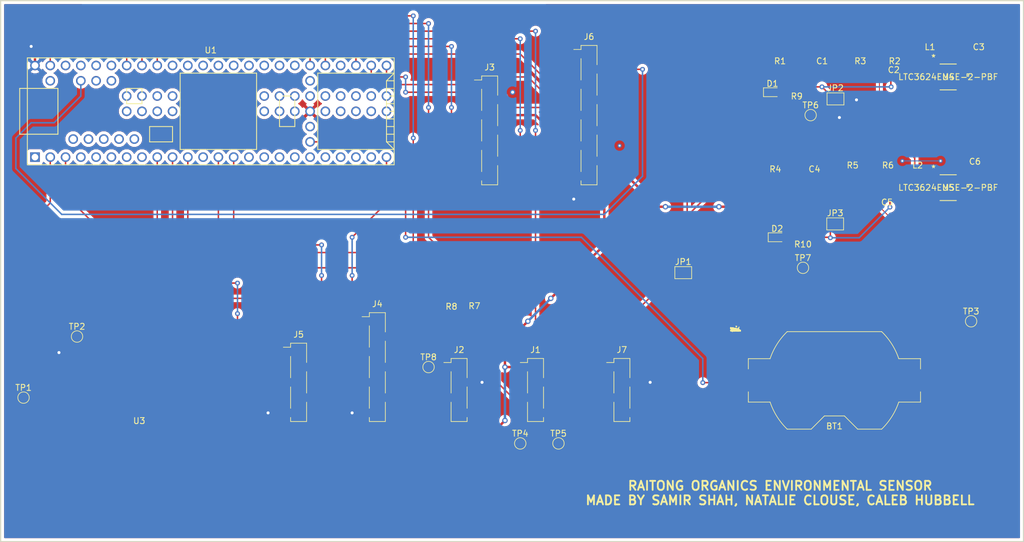
<source format=kicad_pcb>
(kicad_pcb (version 20171130) (host pcbnew "(5.0.2)-1")
  (layers (0 F.Cu signal) (31 B.Cu signal hide) (34 B.Paste user) (35 F.Paste user) (36 B.SilkS user) (37 F.SilkS user) (38 B.Mask user) (39 F.Mask user) (44 Edge.Cuts user))
  (net 0 "")
  (net 1 "Net-(U1-Pad17)")
  (net 2 "Net-(U1-Pad18)")
  (net 3 "Net-(U1-Pad19)")
  (net 4 "Net-(U1-Pad20)")
  (net 5 "Net-(U1-Pad16)")
  (net 6 "Net-(U1-Pad15)")
  (net 7 "Net-(U1-Pad21)")
  (net 8 "Net-(U1-Pad22)")
  (net 9 "Net-(U1-Pad23)")
  (net 10 "Net-(U1-Pad26)")
  (net 11 "Net-(U1-Pad28)")
  (net 12 "Net-(U1-Pad29)")
  (net 13 "Net-(U1-Pad33)")
  (net 14 "Net-(U1-Pad36)")
  (net 15 "Net-(U1-Pad37)")
  (net 16 "Net-(U1-Pad12)")
  (net 17 "Net-(U1-Pad8)")
  (net 18 "Net-(U1-Pad7)")
  (net 19 "Net-(U1-Pad6)")
  (net 20 "Net-(U1-Pad5)")
  (net 21 "Net-(U1-Pad4)")
  (net 22 "Net-(U1-Pad1)")
  (net 23 "Net-(U1-Pad38)")
  (net 24 "Net-(U1-Pad39)")
  (net 25 "Net-(U1-Pad40)")
  (net 26 "Net-(U1-Pad41)")
  (net 27 "Net-(U1-Pad42)")
  (net 28 "Net-(U1-Pad43)")
  (net 29 "Net-(U1-Pad44)")
  (net 30 "Net-(J1-Pad4)")
  (net 31 "Net-(J1-Pad3)")
  (net 32 "Net-(U1-Pad48)")
  (net 33 "Net-(U1-Pad49)")
  (net 34 "Net-(U1-Pad50)")
  (net 35 "Net-(U1-Pad51)")
  (net 36 "Net-(U1-Pad54)")
  (net 37 "Net-(U1-Pad56)")
  (net 38 "Net-(U1-Pad57)")
  (net 39 "Net-(U1-Pad63)")
  (net 40 "Net-(U1-Pad64)")
  (net 41 "Net-(U1-Pad65)")
  (net 42 "Net-(U1-Pad66)")
  (net 43 "Net-(U1-Pad67)")
  (net 44 "Net-(U1-Pad68)")
  (net 45 "Net-(U1-Pad69)")
  (net 46 "Net-(U1-Pad70)")
  (net 47 "Net-(U1-Pad71)")
  (net 48 "Net-(U1-Pad72)")
  (net 49 "Net-(U1-Pad73)")
  (net 50 "Net-(U1-Pad76)")
  (net 51 "Net-(U1-Pad77)")
  (net 52 "Net-(U1-Pad78)")
  (net 53 "Net-(U1-Pad79)")
  (net 54 "Net-(U1-Pad80)")
  (net 55 "Net-(U1-Pad81)")
  (net 56 "Net-(U1-Pad82)")
  (net 57 "Net-(U1-Pad83)")
  (net 58 "Net-(U1-Pad84)")
  (net 59 "Net-(U1-Pad85)")
  (net 60 "Net-(U1-Pad86)")
  (net 61 "Net-(U1-Pad58)")
  (net 62 "Net-(U1-Pad59)")
  (net 63 "Net-(U1-Pad60)")
  (net 64 "Net-(U1-Pad62)")
  (net 65 +5V)
  (net 66 "Net-(U3-Pad4)")
  (net 67 "Net-(U3-Pad5)")
  (net 68 "Net-(U3-Pad6)")
  (net 69 "Net-(U3-Pad7)")
  (net 70 "Net-(U3-Pad8)")
  (net 71 "Net-(U3-Pad9)")
  (net 72 "Net-(U3-Pad11)")
  (net 73 "Net-(U3-Pad12)")
  (net 74 "Net-(U3-Pad13)")
  (net 75 "Net-(U3-Pad14)")
  (net 76 "Net-(U3-Pad15)")
  (net 77 "Net-(U3-Pad16)")
  (net 78 "Net-(U3-Pad17)")
  (net 79 "Net-(U3-Pad18)")
  (net 80 "Net-(U3-Pad19)")
  (net 81 "Net-(U3-Pad20)")
  (net 82 GND)
  (net 83 "Net-(R5-Pad2)")
  (net 84 "Net-(R2-Pad2)")
  (net 85 "Net-(L2-Pad2)")
  (net 86 "Net-(C6-Pad2)")
  (net 87 "Net-(C3-Pad2)")
  (net 88 "Net-(L1-Pad2)")
  (net 89 +12V)
  (net 90 +3V3)
  (net 91 "Net-(J4-Pad1)")
  (net 92 "Net-(J6-Pad4)")
  (net 93 "Net-(J6-Pad3)")
  (net 94 "Net-(J6-Pad2)")
  (net 95 "Net-(J3-Pad7)")
  (net 96 "Net-(J3-Pad6)")
  (net 97 "Net-(J4-Pad2)")
  (net 98 "Net-(J5-Pad1)")
  (net 99 "Net-(J5-Pad2)")
  (net 100 "Net-(J2-Pad1)")
  (net 101 "Net-(U1-Pad74)")
  (net 102 "Net-(U1-Pad75)")
  (net 103 "Net-(U1-Pad61)")
  (net 104 "Net-(J3-Pad4)")
  (net 105 "Net-(J3-Pad5)")
  (net 106 "Net-(J3-Pad1)")
  (net 107 "Net-(J7-Pad3)")
  (net 108 "Net-(BT1-Pad1)")
  (net 109 "Net-(C5-Pad1)")
  (net 110 "Net-(C2-Pad1)")
  (net 111 "Net-(J7-Pad1)")
  (net 112 "Net-(J4-Pad3)")
  (net 113 "Net-(J6-Pad6)")
  (net 114 "Net-(J6-Pad5)")
  (net 115 "Net-(J4-Pad4)")
  (net 116 "Net-(TP1-Pad1)")
  (net 117 "Net-(R7-Pad2)")
  (net 118 "Net-(TP2-Pad1)")
  (net 119 "Net-(D2-Pad2)")
  (net 120 "Net-(D1-Pad2)")
  (net 121 "Net-(U5-Pad6)")
  (net 122 "Net-(U5-Pad7)")
  (net 123 "Net-(U4-Pad7)")
  (net 124 "Net-(U4-Pad6)")
  (module footprints:LTC3624EMSE-2-PBF (layer F.Cu) (at 189.23 50.8)
    (fp_text reference U4 (at 0 0) (layer F.SilkS))
    (fp_text value LTC3624EMSE-2-PBF (at 0 0) (layer F.SilkS))
    (fp_text user * (at -2.4384 -3.199801) (layer F.SilkS))
    (pad EPAD smd rect (at 0 0) (size 1.651 2.8448) (layers F.Cu F.Paste F.Mask) (net 82 GND))
    (pad 12 smd rect (at 2.1844 -1.624998) (size 1.397 0.4318) (layers F.Cu F.Paste F.Mask) (net 82 GND))
    (pad 11 smd rect (at 2.1844 -0.974999) (size 1.397 0.4318) (layers F.Cu F.Paste F.Mask) (net 82 GND))
    (pad 10 smd rect (at 2.1844 -0.324998) (size 1.397 0.4318) (layers F.Cu F.Paste F.Mask) (net 87 "Net-(C3-Pad2)"))
    (pad 9 smd rect (at 2.1844 0.325001) (size 1.397 0.4318) (layers F.Cu F.Paste F.Mask) (net 87 "Net-(C3-Pad2)"))
    (pad 8 smd rect (at 2.1844 0.974999) (size 1.397 0.4318) (layers F.Cu F.Paste F.Mask) (net 84 "Net-(R2-Pad2)"))
    (pad 7 smd rect (at 2.1844 1.625001) (size 1.397 0.4318) (layers F.Cu F.Paste F.Mask) (net 123 "Net-(U4-Pad7)"))
    (pad 6 smd rect (at -2.1844 1.624998) (size 1.397 0.4318) (layers F.Cu F.Paste F.Mask) (net 124 "Net-(U4-Pad6)"))
    (pad 5 smd rect (at -2.1844 0.974999) (size 1.397 0.4318) (layers F.Cu F.Paste F.Mask) (net 110 "Net-(C2-Pad1)"))
    (pad 4 smd rect (at -2.1844 0.324998) (size 1.397 0.4318) (layers F.Cu F.Paste F.Mask) (net 110 "Net-(C2-Pad1)"))
    (pad 3 smd rect (at -2.1844 -0.325001) (size 1.397 0.4318) (layers F.Cu F.Paste F.Mask) (net 110 "Net-(C2-Pad1)"))
    (pad 2 smd rect (at -2.1844 -0.974999) (size 1.397 0.4318) (layers F.Cu F.Paste F.Mask) (net 88 "Net-(L1-Pad2)"))
    (pad 1 smd rect (at -2.1844 -1.625001) (size 1.397 0.4318) (layers F.Cu F.Paste F.Mask) (net 88 "Net-(L1-Pad2)"))
  )
  (module footprints:LTC3624EMSE-2-PBF (layer F.Cu) (at 189.23 69.215)
    (fp_text reference U5 (at 0 0) (layer F.SilkS))
    (fp_text value LTC3624EMSE-2-PBF (at 0 0) (layer F.SilkS))
    (fp_text user * (at -2.4384 -3.199801) (layer F.SilkS))
    (pad 1 smd rect (at -2.1844 -1.625001) (size 1.397 0.4318) (layers F.Cu F.Paste F.Mask) (net 85 "Net-(L2-Pad2)"))
    (pad 2 smd rect (at -2.1844 -0.974999) (size 1.397 0.4318) (layers F.Cu F.Paste F.Mask) (net 85 "Net-(L2-Pad2)"))
    (pad 3 smd rect (at -2.1844 -0.325001) (size 1.397 0.4318) (layers F.Cu F.Paste F.Mask) (net 109 "Net-(C5-Pad1)"))
    (pad 4 smd rect (at -2.1844 0.324998) (size 1.397 0.4318) (layers F.Cu F.Paste F.Mask) (net 109 "Net-(C5-Pad1)"))
    (pad 5 smd rect (at -2.1844 0.974999) (size 1.397 0.4318) (layers F.Cu F.Paste F.Mask) (net 109 "Net-(C5-Pad1)"))
    (pad 6 smd rect (at -2.1844 1.624998) (size 1.397 0.4318) (layers F.Cu F.Paste F.Mask) (net 121 "Net-(U5-Pad6)"))
    (pad 7 smd rect (at 2.1844 1.625001) (size 1.397 0.4318) (layers F.Cu F.Paste F.Mask) (net 122 "Net-(U5-Pad7)"))
    (pad 8 smd rect (at 2.1844 0.974999) (size 1.397 0.4318) (layers F.Cu F.Paste F.Mask) (net 83 "Net-(R5-Pad2)"))
    (pad 9 smd rect (at 2.1844 0.325001) (size 1.397 0.4318) (layers F.Cu F.Paste F.Mask) (net 86 "Net-(C6-Pad2)"))
    (pad 10 smd rect (at 2.1844 -0.324998) (size 1.397 0.4318) (layers F.Cu F.Paste F.Mask) (net 86 "Net-(C6-Pad2)"))
    (pad 11 smd rect (at 2.1844 -0.974999) (size 1.397 0.4318) (layers F.Cu F.Paste F.Mask) (net 82 GND))
    (pad 12 smd rect (at 2.1844 -1.624998) (size 1.397 0.4318) (layers F.Cu F.Paste F.Mask) (net 82 GND))
    (pad EPAD smd rect (at 0 0) (size 1.651 2.8448) (layers F.Cu F.Paste F.Mask) (net 82 GND))
  )
  (module LED_SMD:LED_0603_1608Metric (layer F.Cu) (at 160.8075 77.47)
    (fp_text reference D2 (at 0 -1.43) (layer F.SilkS))
    (fp_text value LED)
    (pad 2 smd roundrect (at 0.7875 0) (size 0.875 0.95) (layers F.Cu F.Paste F.Mask) (net 119 "Net-(D2-Pad2)"))
    (pad 1 smd roundrect (at -0.7875 0) (size 0.875 0.95) (layers F.Cu F.Paste F.Mask) (net 82 GND))
  )
  (module LED_SMD:LED_0603_1608Metric (layer F.Cu) (at 160.02 53.34)
    (fp_text reference D1 (at 0 -1.43) (layer F.SilkS))
    (fp_text value LED)
    (pad 1 smd roundrect (at -0.7875 0) (size 0.875 0.95) (layers F.Cu F.Paste F.Mask) (net 82 GND))
    (pad 2 smd roundrect (at 0.7875 0) (size 0.875 0.95) (layers F.Cu F.Paste F.Mask) (net 120 "Net-(D1-Pad2)"))
  )
  (module Resistor_SMD:R_0402_1005Metric (layer F.Cu) (at 164.065212 52.851398 180)
    (fp_text reference R9 (at 0 -1.17 180) (layer F.SilkS))
    (fp_text value 140)
    (pad 2 smd roundrect (at 0.485 0 180) (size 0.59 0.64) (layers F.Cu F.Paste F.Mask) (net 120 "Net-(D1-Pad2)"))
    (pad 1 smd roundrect (at -0.485 0 180) (size 0.59 0.64) (layers F.Cu F.Paste F.Mask) (net 110 "Net-(C2-Pad1)"))
  )
  (module Resistor_SMD:R_0402_1005Metric (layer F.Cu) (at 106.68 90.17)
    (fp_text reference R8 (at 0 -1.17) (layer F.SilkS))
    (fp_text value 20k)
    (pad 1 smd roundrect (at -0.485 0) (size 0.59 0.64) (layers F.Cu F.Paste F.Mask) (net 117 "Net-(R7-Pad2)"))
    (pad 2 smd roundrect (at 0.485 0) (size 0.59 0.64) (layers F.Cu F.Paste F.Mask) (net 82 GND))
  )
  (module Resistor_SMD:R_0402_1005Metric (layer F.Cu) (at 110.49 90.17 180)
    (fp_text reference R7 (at 0 1.27 180) (layer F.SilkS))
    (fp_text value 10k)
    (pad 2 smd roundrect (at 0.485 0 180) (size 0.59 0.64) (layers F.Cu F.Paste F.Mask) (net 117 "Net-(R7-Pad2)"))
    (pad 1 smd roundrect (at -0.485 0 180) (size 0.59 0.64) (layers F.Cu F.Paste F.Mask) (net 100 "Net-(J2-Pad1)"))
  )
  (module Resistor_SMD:R_0402_1005Metric (layer F.Cu) (at 165.1 77.47 180)
    (fp_text reference R10 (at 0 -1.17 180) (layer F.SilkS))
    (fp_text value 55)
    (pad 1 smd roundrect (at -0.485 0 180) (size 0.59 0.64) (layers F.Cu F.Paste F.Mask) (net 109 "Net-(C5-Pad1)"))
    (pad 2 smd roundrect (at 0.485 0 180) (size 0.59 0.64) (layers F.Cu F.Paste F.Mask) (net 119 "Net-(D2-Pad2)"))
  )
  (module TestPoint:TestPoint_Pad_D1.5mm (layer F.Cu) (at 165.1 82.55)
    (fp_text reference TP7 (at 0 -1.648) (layer F.SilkS))
    (fp_text value TestPoint)
    (pad 1 smd circle (at 0 0) (size 1.5 1.5) (layers F.Cu F.Mask) (net 109 "Net-(C5-Pad1)"))
  )
  (module TestPoint:TestPoint_Pad_D1.5mm (layer F.Cu) (at 102.87 99.06)
    (fp_text reference TP8 (at 0 -1.648) (layer F.SilkS))
    (fp_text value TestPoint)
    (pad 1 smd circle (at 0 0) (size 1.5 1.5) (layers F.Cu F.Mask) (net 100 "Net-(J2-Pad1)"))
  )
  (module TestPoint:TestPoint_Pad_D1.5mm (layer F.Cu) (at 35.56 104.14)
    (fp_text reference TP1 (at 0 -1.648) (layer F.SilkS))
    (fp_text value TestPoint)
    (pad 1 smd circle (at 0 0) (size 1.5 1.5) (layers F.Cu F.Mask) (net 116 "Net-(TP1-Pad1)"))
  )
  (module TestPoint:TestPoint_Pad_D1.5mm (layer F.Cu) (at 44.45 93.98)
    (fp_text reference TP2 (at 0 -1.648) (layer F.SilkS))
    (fp_text value TestPoint)
    (pad 1 smd circle (at 0 0) (size 1.5 1.5) (layers F.Cu F.Mask) (net 118 "Net-(TP2-Pad1)"))
  )
  (module TestPoint:TestPoint_Pad_D1.5mm (layer F.Cu) (at 193.04 91.44)
    (fp_text reference TP3 (at 0 -1.648) (layer F.SilkS))
    (fp_text value TestPoint)
    (pad 1 smd circle (at 0 0) (size 1.5 1.5) (layers F.Cu F.Mask) (net 82 GND))
  )
  (module TestPoint:TestPoint_Pad_D1.5mm (layer F.Cu) (at 118.11 111.76)
    (fp_text reference TP4 (at 0 -1.648) (layer F.SilkS))
    (fp_text value TestPoint)
    (pad 1 smd circle (at 0 0) (size 1.5 1.5) (layers F.Cu F.Mask) (net 31 "Net-(J1-Pad3)"))
  )
  (module TestPoint:TestPoint_Pad_D1.5mm (layer F.Cu) (at 124.46 111.76)
    (fp_text reference TP5 (at 0 -1.648) (layer F.SilkS))
    (fp_text value TestPoint)
    (pad 1 smd circle (at 0 0) (size 1.5 1.5) (layers F.Cu F.Mask) (net 30 "Net-(J1-Pad4)"))
  )
  (module TestPoint:TestPoint_Pad_D1.5mm (layer F.Cu) (at 166.37 57.15)
    (fp_text reference TP6 (at 0 -1.648) (layer F.SilkS))
    (fp_text value TestPoint)
    (pad 1 smd circle (at 0 0) (size 1.5 1.5) (layers F.Cu F.Mask) (net 110 "Net-(C2-Pad1)"))
  )
  (module Connector_PinSocket_2.54mm:PinSocket_1x07_P2.54mm_Vertical_SMD_Pin1Left (layer F.Cu) (at 94.36 99.06)
    (fp_text reference J4 (at 0 -10.49) (layer F.SilkS))
    (fp_text value SPI)
    (pad 1 smd rect (at -1.65 -7.62) (size 1.9 1) (layers F.Cu F.Paste F.Mask) (net 91 "Net-(J4-Pad1)"))
    (pad 3 smd rect (at -1.65 -2.54) (size 1.9 1) (layers F.Cu F.Paste F.Mask) (net 112 "Net-(J4-Pad3)"))
    (pad 5 smd rect (at -1.65 2.54) (size 1.9 1) (layers F.Cu F.Paste F.Mask) (net 82 GND))
    (pad 7 smd rect (at -1.65 7.62) (size 1.9 1) (layers F.Cu F.Paste F.Mask) (net 65 +5V))
    (pad 2 smd rect (at 1.65 -5.08) (size 1.9 1) (layers F.Cu F.Paste F.Mask) (net 97 "Net-(J4-Pad2)"))
    (pad 4 smd rect (at 1.65 0) (size 1.9 1) (layers F.Cu F.Paste F.Mask) (net 115 "Net-(J4-Pad4)"))
    (pad 6 smd rect (at 1.65 5.08) (size 1.9 1) (layers F.Cu F.Paste F.Mask) (net 90 +3V3))
  )
  (module Connector_PinSocket_2.54mm:PinSocket_1x09_P2.54mm_Vertical_SMD_Pin1Left (layer F.Cu) (at 129.54 57.15)
    (fp_text reference J6 (at 0 -13.03) (layer F.SilkS))
    (fp_text value Analog)
    (pad 1 smd rect (at -1.65 -10.16) (size 1.9 1) (layers F.Cu F.Paste F.Mask) (net 82 GND))
    (pad 3 smd rect (at -1.65 -5.08) (size 1.9 1) (layers F.Cu F.Paste F.Mask) (net 93 "Net-(J6-Pad3)"))
    (pad 5 smd rect (at -1.65 0) (size 1.9 1) (layers F.Cu F.Paste F.Mask) (net 114 "Net-(J6-Pad5)"))
    (pad 7 smd rect (at -1.65 5.08) (size 1.9 1) (layers F.Cu F.Paste F.Mask) (net 82 GND))
    (pad 9 smd rect (at -1.65 10.16) (size 1.9 1) (layers F.Cu F.Paste F.Mask) (net 65 +5V))
    (pad 2 smd rect (at 1.65 -7.62) (size 1.9 1) (layers F.Cu F.Paste F.Mask) (net 94 "Net-(J6-Pad2)"))
    (pad 4 smd rect (at 1.65 -2.54) (size 1.9 1) (layers F.Cu F.Paste F.Mask) (net 92 "Net-(J6-Pad4)"))
    (pad 6 smd rect (at 1.65 2.54) (size 1.9 1) (layers F.Cu F.Paste F.Mask) (net 113 "Net-(J6-Pad6)"))
    (pad 8 smd rect (at 1.65 7.62) (size 1.9 1) (layers F.Cu F.Paste F.Mask) (net 90 +3V3))
  )
  (module Battery:BatteryHolder_Keystone_1058_1x2032 (layer F.Cu) (at 170.325001 101.273971)
    (fp_text reference BT1 (at 0 7.62) (layer F.SilkS))
    (fp_text value Battery_Cell)
    (pad 1 smd rect (at -14.68 0) (size 2.54 3.51) (layers F.Cu F.Paste F.Mask) (net 108 "Net-(BT1-Pad1)"))
    (pad 2 smd rect (at 14.68 0) (size 2.54 3.51) (layers F.Cu F.Paste F.Mask) (net 82 GND))
  )
  (module Jumper:SolderJumper-2_P1.3mm_Open_Pad1.0x1.5mm (layer F.Cu) (at 170.5 54.45)
    (fp_text reference JP2 (at 0 -1.8) (layer F.SilkS))
    (fp_text value Jumper_2_Open)
    (pad 2 smd rect (at 0.65 0) (size 1 1.5) (layers F.Cu F.Mask) (net 65 +5V))
    (pad 1 smd rect (at -0.65 0) (size 1 1.5) (layers F.Cu F.Mask) (net 110 "Net-(C2-Pad1)"))
  )
  (module Jumper:SolderJumper-2_P1.3mm_Open_Pad1.0x1.5mm (layer F.Cu) (at 170.45 75.25)
    (fp_text reference JP3 (at 0 -1.8) (layer F.SilkS))
    (fp_text value Jumper_2_Open)
    (pad 1 smd rect (at -0.65 0) (size 1 1.5) (layers F.Cu F.Mask) (net 109 "Net-(C5-Pad1)"))
    (pad 2 smd rect (at 0.65 0) (size 1 1.5) (layers F.Cu F.Mask) (net 90 +3V3))
  )
  (module Jumper:SolderJumper-2_P1.3mm_Open_Pad1.0x1.5mm (layer F.Cu) (at 145.2 83.35)
    (fp_text reference JP1 (at 0 -1.8) (layer F.SilkS))
    (fp_text value Jumper_2_Open)
    (pad 2 smd rect (at 0.65 0) (size 1 1.5) (layers F.Cu F.Mask) (net 89 +12V))
    (pad 1 smd rect (at -0.65 0) (size 1 1.5) (layers F.Cu F.Mask) (net 111 "Net-(J7-Pad1)"))
  )
  (module Connector_PinSocket_2.54mm:PinSocket_1x04_P2.54mm_Vertical_SMD_Pin1Left (layer F.Cu) (at 135 102.87)
    (fp_text reference J7 (at 0 -6.68) (layer F.SilkS))
    (fp_text value "Relay pins")
    (pad 1 smd rect (at -1.65 -3.81) (size 1.9 1) (layers F.Cu F.Paste F.Mask) (net 111 "Net-(J7-Pad1)"))
    (pad 3 smd rect (at -1.65 1.27) (size 1.9 1) (layers F.Cu F.Paste F.Mask) (net 107 "Net-(J7-Pad3)"))
    (pad 2 smd rect (at 1.65 -1.27) (size 1.9 1) (layers F.Cu F.Paste F.Mask) (net 65 +5V))
    (pad 4 smd rect (at 1.65 3.81) (size 1.9 1) (layers F.Cu F.Paste F.Mask) (net 82 GND))
  )
  (module Connector_PinSocket_2.54mm:PinSocket_1x04_P2.54mm_Vertical_SMD_Pin1Left (layer F.Cu) (at 107.95 102.87)
    (fp_text reference J2 (at 0 -6.68) (layer F.SilkS))
    (fp_text value "MQ-4 Click Sensor")
    (pad 1 smd rect (at -1.65 -3.81) (size 1.9 1) (layers F.Cu F.Paste F.Mask) (net 100 "Net-(J2-Pad1)"))
    (pad 3 smd rect (at -1.65 1.27) (size 1.9 1) (layers F.Cu F.Paste F.Mask) (net 82 GND))
    (pad 2 smd rect (at 1.65 -1.27) (size 1.9 1) (layers F.Cu F.Paste F.Mask) (net 65 +5V))
    (pad 4 smd rect (at 1.65 3.81) (size 1.9 1) (layers F.Cu F.Paste F.Mask) (net 82 GND))
  )
  (module Connector_PinSocket_2.54mm:PinSocket_1x05_P2.54mm_Vertical_SMD_Pin1Left (layer F.Cu) (at 81.28 101.6)
    (fp_text reference J5 (at 0 -7.95) (layer F.SilkS))
    (fp_text value I2C)
    (pad 1 smd rect (at -1.65 -5.08) (size 1.9 1) (layers F.Cu F.Paste F.Mask) (net 98 "Net-(J5-Pad1)"))
    (pad 3 smd rect (at -1.65 0) (size 1.9 1) (layers F.Cu F.Paste F.Mask) (net 82 GND))
    (pad 5 smd rect (at -1.65 5.08) (size 1.9 1) (layers F.Cu F.Paste F.Mask) (net 65 +5V))
    (pad 2 smd rect (at 1.65 -2.54) (size 1.9 1) (layers F.Cu F.Paste F.Mask) (net 99 "Net-(J5-Pad2)"))
    (pad 4 smd rect (at 1.65 2.54) (size 1.9 1) (layers F.Cu F.Paste F.Mask) (net 90 +3V3))
  )
  (module Connector_PinSocket_2.54mm:PinSocket_1x07_P2.54mm_Vertical_SMD_Pin1Left (layer F.Cu) (at 113.03 59.69)
    (fp_text reference J3 (at 0 -10.49) (layer F.SilkS))
    (fp_text value TSL2561)
    (pad 6 smd rect (at 1.65 5.08) (size 1.9 1) (layers F.Cu F.Paste F.Mask) (net 96 "Net-(J3-Pad6)"))
    (pad 4 smd rect (at 1.65 0) (size 1.9 1) (layers F.Cu F.Paste F.Mask) (net 104 "Net-(J3-Pad4)"))
    (pad 2 smd rect (at 1.65 -5.08) (size 1.9 1) (layers F.Cu F.Paste F.Mask) (net 82 GND))
    (pad 7 smd rect (at -1.65 7.62) (size 1.9 1) (layers F.Cu F.Paste F.Mask) (net 95 "Net-(J3-Pad7)"))
    (pad 5 smd rect (at -1.65 2.54) (size 1.9 1) (layers F.Cu F.Paste F.Mask) (net 105 "Net-(J3-Pad5)"))
    (pad 3 smd rect (at -1.65 -2.54) (size 1.9 1) (layers F.Cu F.Paste F.Mask) (net 90 +3V3))
    (pad 1 smd rect (at -1.65 -7.62) (size 1.9 1) (layers F.Cu F.Paste F.Mask) (net 106 "Net-(J3-Pad1)"))
  )
  (module _connectors:Xbee_Header_SMD (layer F.Cu) (at 53.34 99.06)
    (fp_text reference U3 (at 1.45 8.95) (layer F.SilkS))
    (fp_text value XBEE)
    (pad 1 smd rect (at -11.938 0) (size 2.54 0.9906) (layers F.Cu F.Paste F.Mask) (net 65 +5V))
    (pad 2 smd rect (at -10.033 2.0066) (size 2.54 0.9906) (layers F.Cu F.Paste F.Mask) (net 118 "Net-(TP2-Pad1)"))
    (pad 3 smd rect (at -11.938 4.0132) (size 2.54 0.9906) (layers F.Cu F.Paste F.Mask) (net 116 "Net-(TP1-Pad1)"))
    (pad 4 smd rect (at -10.033 6.0706) (size 2.54 0.9906) (layers F.Cu F.Paste F.Mask) (net 66 "Net-(U3-Pad4)"))
    (pad 5 smd rect (at -11.938 8.0264) (size 2.54 0.9906) (layers F.Cu F.Paste F.Mask) (net 67 "Net-(U3-Pad5)"))
    (pad 6 smd rect (at -10.033 10.033) (size 2.54 0.9906) (layers F.Cu F.Paste F.Mask) (net 68 "Net-(U3-Pad6)"))
    (pad 7 smd rect (at -11.938 12.0396) (size 2.54 0.9906) (layers F.Cu F.Paste F.Mask) (net 69 "Net-(U3-Pad7)"))
    (pad 8 smd rect (at -10.033 14.0462) (size 2.54 0.9906) (layers F.Cu F.Paste F.Mask) (net 70 "Net-(U3-Pad8)"))
    (pad 9 smd rect (at -11.938 16.0528) (size 2.54 0.9906) (layers F.Cu F.Paste F.Mask) (net 71 "Net-(U3-Pad9)"))
    (pad 10 smd rect (at -10.033 18.0594) (size 2.54 0.9906) (layers F.Cu F.Paste F.Mask) (net 82 GND))
    (pad 11 smd rect (at 11.938 18.0594) (size 2.54 0.9906) (layers F.Cu F.Paste F.Mask) (net 72 "Net-(U3-Pad11)"))
    (pad 12 smd rect (at 10.033 16.0528) (size 2.54 0.9906) (layers F.Cu F.Paste F.Mask) (net 73 "Net-(U3-Pad12)"))
    (pad 13 smd rect (at 11.938 14.0462) (size 2.54 0.9906) (layers F.Cu F.Paste F.Mask) (net 74 "Net-(U3-Pad13)"))
    (pad 14 smd rect (at 10.033 12.0396) (size 2.54 0.9906) (layers F.Cu F.Paste F.Mask) (net 75 "Net-(U3-Pad14)"))
    (pad 15 smd rect (at 11.938 10.033) (size 2.54 0.9906) (layers F.Cu F.Paste F.Mask) (net 76 "Net-(U3-Pad15)"))
    (pad 16 smd rect (at 10.033 8.0264) (size 2.54 0.9906) (layers F.Cu F.Paste F.Mask) (net 77 "Net-(U3-Pad16)"))
    (pad 17 smd rect (at 11.938 6.0198) (size 2.54 0.9906) (layers F.Cu F.Paste F.Mask) (net 78 "Net-(U3-Pad17)"))
    (pad 18 smd rect (at 10.033 4.0132) (size 2.54 0.9906) (layers F.Cu F.Paste F.Mask) (net 79 "Net-(U3-Pad18)"))
    (pad 19 smd rect (at 11.938 2.0066) (size 2.54 0.9906) (layers F.Cu F.Paste F.Mask) (net 80 "Net-(U3-Pad19)"))
    (pad 20 smd rect (at 10.033 0) (size 2.54 0.9906) (layers F.Cu F.Paste F.Mask) (net 81 "Net-(U3-Pad20)"))
  )
  (module Capacitor_SMD:C_0402_1005Metric (layer F.Cu) (at 168.275 46.99 180)
    (fp_text reference C1 (at 0 -1.17 180) (layer F.SilkS))
    (fp_text value 47u)
    (pad 2 smd roundrect (at 0.485 0 180) (size 0.59 0.64) (layers F.Cu F.Paste F.Mask) (net 82 GND))
    (pad 1 smd roundrect (at -0.485 0 180) (size 0.59 0.64) (layers F.Cu F.Paste F.Mask) (net 89 +12V))
  )
  (module Capacitor_SMD:C_0402_1005Metric (layer F.Cu) (at 180.19 50.8)
    (fp_text reference C2 (at 0 -1.17) (layer F.SilkS))
    (fp_text value 10u)
    (pad 1 smd roundrect (at -0.485 0) (size 0.59 0.64) (layers F.Cu F.Paste F.Mask) (net 110 "Net-(C2-Pad1)"))
    (pad 2 smd roundrect (at 0.485 0) (size 0.59 0.64) (layers F.Cu F.Paste F.Mask) (net 82 GND))
  )
  (module Capacitor_SMD:C_0402_1005Metric (layer F.Cu) (at 194.31 46.99)
    (fp_text reference C3 (at 0 -1.17) (layer F.SilkS))
    (fp_text value 2.2u)
    (pad 2 smd roundrect (at 0.485 0) (size 0.59 0.64) (layers F.Cu F.Paste F.Mask) (net 87 "Net-(C3-Pad2)"))
    (pad 1 smd roundrect (at -0.485 0) (size 0.59 0.64) (layers F.Cu F.Paste F.Mask) (net 82 GND))
  )
  (module Capacitor_SMD:C_0402_1005Metric (layer F.Cu) (at 167.005 67.31)
    (fp_text reference C4 (at 0 -1.17) (layer F.SilkS))
    (fp_text value 47u)
    (pad 1 smd roundrect (at -0.485 0) (size 0.59 0.64) (layers F.Cu F.Paste F.Mask) (net 89 +12V))
    (pad 2 smd roundrect (at 0.485 0) (size 0.59 0.64) (layers F.Cu F.Paste F.Mask) (net 82 GND))
  )
  (module Capacitor_SMD:C_0402_1005Metric (layer F.Cu) (at 179.07 70.485 180)
    (fp_text reference C5 (at 0 -1.17 180) (layer F.SilkS))
    (fp_text value 10u)
    (pad 2 smd roundrect (at 0.485 0 180) (size 0.59 0.64) (layers F.Cu F.Paste F.Mask) (net 82 GND))
    (pad 1 smd roundrect (at -0.485 0 180) (size 0.59 0.64) (layers F.Cu F.Paste F.Mask) (net 109 "Net-(C5-Pad1)"))
  )
  (module Capacitor_SMD:C_0402_1005Metric (layer F.Cu) (at 193.675 66.04)
    (fp_text reference C6 (at 0 -1.17) (layer F.SilkS))
    (fp_text value 2.2u)
    (pad 1 smd roundrect (at -0.485 0) (size 0.59 0.64) (layers F.Cu F.Paste F.Mask) (net 82 GND))
    (pad 2 smd roundrect (at 0.485 0) (size 0.59 0.64) (layers F.Cu F.Paste F.Mask) (net 86 "Net-(C6-Pad2)"))
  )
  (module Inductor_SMD:L_0402_1005Metric (layer F.Cu) (at 186.205 46.99)
    (fp_text reference L1 (at 0 -1.17) (layer F.SilkS))
    (fp_text value 3.3u)
    (pad 2 smd roundrect (at 0.485 0) (size 0.59 0.64) (layers F.Cu F.Paste F.Mask) (net 88 "Net-(L1-Pad2)"))
    (pad 1 smd roundrect (at -0.485 0) (size 0.59 0.64) (layers F.Cu F.Paste F.Mask) (net 89 +12V))
  )
  (module Inductor_SMD:L_0402_1005Metric (layer F.Cu) (at 184.15 66.675)
    (fp_text reference L2 (at 0 -1.17) (layer F.SilkS))
    (fp_text value 5u)
    (pad 1 smd roundrect (at -0.485 0) (size 0.59 0.64) (layers F.Cu F.Paste F.Mask) (net 89 +12V))
    (pad 2 smd roundrect (at 0.485 0) (size 0.59 0.64) (layers F.Cu F.Paste F.Mask) (net 85 "Net-(L2-Pad2)"))
  )
  (module Resistor_SMD:R_0402_1005Metric (layer F.Cu) (at 161.29 46.99 180)
    (fp_text reference R1 (at 0 -1.17 180) (layer F.SilkS))
    (fp_text value 2.5)
    (pad 2 smd roundrect (at 0.485 0 180) (size 0.59 0.64) (layers F.Cu F.Paste F.Mask) (net 82 GND))
    (pad 1 smd roundrect (at -0.485 0 180) (size 0.59 0.64) (layers F.Cu F.Paste F.Mask) (net 89 +12V))
  )
  (module Resistor_SMD:R_0402_1005Metric (layer F.Cu) (at 180.34 46.99 180)
    (fp_text reference R2 (at 0 -1.17 180) (layer F.SilkS))
    (fp_text value 619k)
    (pad 1 smd roundrect (at -0.485 0 180) (size 0.59 0.64) (layers F.Cu F.Paste F.Mask) (net 89 +12V))
    (pad 2 smd roundrect (at 0.485 0 180) (size 0.59 0.64) (layers F.Cu F.Paste F.Mask) (net 84 "Net-(R2-Pad2)"))
  )
  (module Resistor_SMD:R_0402_1005Metric (layer F.Cu) (at 174.625 46.99 180)
    (fp_text reference R3 (at 0 -1.17 180) (layer F.SilkS))
    (fp_text value 84.5k)
    (pad 2 smd roundrect (at 0.485 0 180) (size 0.59 0.64) (layers F.Cu F.Paste F.Mask) (net 82 GND))
    (pad 1 smd roundrect (at -0.485 0 180) (size 0.59 0.64) (layers F.Cu F.Paste F.Mask) (net 84 "Net-(R2-Pad2)"))
  )
  (module Resistor_SMD:R_0402_1005Metric (layer F.Cu) (at 160.505 67.31)
    (fp_text reference R4 (at 0 -1.17) (layer F.SilkS))
    (fp_text value 2.5)
    (pad 1 smd roundrect (at -0.485 0) (size 0.59 0.64) (layers F.Cu F.Paste F.Mask) (net 89 +12V))
    (pad 2 smd roundrect (at 0.485 0) (size 0.59 0.64) (layers F.Cu F.Paste F.Mask) (net 82 GND))
  )
  (module Resistor_SMD:R_0402_1005Metric (layer F.Cu) (at 173.355 66.675)
    (fp_text reference R5 (at 0 -1.17) (layer F.SilkS))
    (fp_text value 380k)
    (pad 2 smd roundrect (at 0.485 0) (size 0.59 0.64) (layers F.Cu F.Paste F.Mask) (net 83 "Net-(R5-Pad2)"))
    (pad 1 smd roundrect (at -0.485 0) (size 0.59 0.64) (layers F.Cu F.Paste F.Mask) (net 89 +12V))
  )
  (module Resistor_SMD:R_0402_1005Metric (layer F.Cu) (at 179.22 66.675)
    (fp_text reference R6 (at 0 -1.17) (layer F.SilkS))
    (fp_text value 84.5k)
    (pad 1 smd roundrect (at -0.485 0) (size 0.59 0.64) (layers F.Cu F.Paste F.Mask) (net 83 "Net-(R5-Pad2)"))
    (pad 2 smd roundrect (at 0.485 0) (size 0.59 0.64) (layers F.Cu F.Paste F.Mask) (net 82 GND))
  )
  (module Connector_PinSocket_2.54mm:PinSocket_1x04_P2.54mm_Vertical_SMD_Pin1Left (layer F.Cu) (at 120.65 102.87)
    (fp_text reference J1 (at 0 -6.68) (layer F.SilkS))
    (fp_text value BME280)
    (pad 1 smd rect (at -1.65 -3.81) (size 1.9 1) (layers F.Cu F.Paste F.Mask) (net 90 +3V3))
    (pad 3 smd rect (at -1.65 1.27) (size 1.9 1) (layers F.Cu F.Paste F.Mask) (net 31 "Net-(J1-Pad3)"))
    (pad 2 smd rect (at 1.65 -1.27) (size 1.9 1) (layers F.Cu F.Paste F.Mask) (net 82 GND))
    (pad 4 smd rect (at 1.65 3.81) (size 1.9 1) (layers F.Cu F.Paste F.Mask) (net 30 "Net-(J1-Pad4)"))
  )
  (module teensy:Teensy35_36 (layer F.Cu) (at 66.675 56.515)
    (fp_text reference U1 (at 0 -10.16) (layer F.SilkS))
    (fp_text value Teensy3.5)
    (pad 17 thru_hole circle (at 11.43 7.62) (size 1.6 1.6) (drill 1.1) (layers *.Cu *.Mask) (net 1 "Net-(U1-Pad17)"))
    (pad 18 thru_hole circle (at 13.97 7.62) (size 1.6 1.6) (drill 1.1) (layers *.Cu *.Mask) (net 2 "Net-(U1-Pad18)"))
    (pad 19 thru_hole circle (at 16.51 7.62) (size 1.6 1.6) (drill 1.1) (layers *.Cu *.Mask) (net 3 "Net-(U1-Pad19)"))
    (pad 20 thru_hole circle (at 19.05 7.62) (size 1.6 1.6) (drill 1.1) (layers *.Cu *.Mask) (net 4 "Net-(U1-Pad20)"))
    (pad 16 thru_hole circle (at 8.89 7.62) (size 1.6 1.6) (drill 1.1) (layers *.Cu *.Mask) (net 5 "Net-(U1-Pad16)"))
    (pad 15 thru_hole circle (at 6.35 7.62) (size 1.6 1.6) (drill 1.1) (layers *.Cu *.Mask) (net 6 "Net-(U1-Pad15)"))
    (pad 14 thru_hole circle (at 3.81 7.62) (size 1.6 1.6) (drill 1.1) (layers *.Cu *.Mask) (net 112 "Net-(J4-Pad3)"))
    (pad 21 thru_hole circle (at 21.59 7.62) (size 1.6 1.6) (drill 1.1) (layers *.Cu *.Mask) (net 7 "Net-(U1-Pad21)"))
    (pad 22 thru_hole circle (at 24.13 7.62) (size 1.6 1.6) (drill 1.1) (layers *.Cu *.Mask) (net 8 "Net-(U1-Pad22)"))
    (pad 23 thru_hole circle (at 26.67 7.62) (size 1.6 1.6) (drill 1.1) (layers *.Cu *.Mask) (net 9 "Net-(U1-Pad23)"))
    (pad 24 thru_hole circle (at 29.21 7.62) (size 1.6 1.6) (drill 1.1) (layers *.Cu *.Mask) (net 91 "Net-(J4-Pad1)"))
    (pad 25 thru_hole circle (at 16.51 5.08) (size 1.6 1.6) (drill 1.1) (layers *.Cu *.Mask) (net 108 "Net-(BT1-Pad1)"))
    (pad 26 thru_hole circle (at 16.51 2.54) (size 1.6 1.6) (drill 1.1) (layers *.Cu *.Mask) (net 10 "Net-(U1-Pad26)"))
    (pad 27 thru_hole circle (at 16.51 0) (size 1.6 1.6) (drill 1.1) (layers *.Cu *.Mask) (net 82 GND))
    (pad 28 thru_hole circle (at 16.51 -2.54) (size 1.6 1.6) (drill 1.1) (layers *.Cu *.Mask) (net 11 "Net-(U1-Pad28)"))
    (pad 29 thru_hole circle (at 16.51 -5.08) (size 1.6 1.6) (drill 1.1) (layers *.Cu *.Mask) (net 12 "Net-(U1-Pad29)"))
    (pad 30 thru_hole circle (at 29.21 -7.62) (size 1.6 1.6) (drill 1.1) (layers *.Cu *.Mask) (net 113 "Net-(J6-Pad6)"))
    (pad 31 thru_hole circle (at 26.67 -7.62) (size 1.6 1.6) (drill 1.1) (layers *.Cu *.Mask) (net 114 "Net-(J6-Pad5)"))
    (pad 32 thru_hole circle (at 24.13 -7.62) (size 1.6 1.6) (drill 1.1) (layers *.Cu *.Mask) (net 92 "Net-(J6-Pad4)"))
    (pad 33 thru_hole circle (at 21.59 -7.62) (size 1.6 1.6) (drill 1.1) (layers *.Cu *.Mask) (net 13 "Net-(U1-Pad33)"))
    (pad 34 thru_hole circle (at 19.05 -7.62) (size 1.6 1.6) (drill 1.1) (layers *.Cu *.Mask) (net 95 "Net-(J3-Pad7)"))
    (pad 35 thru_hole circle (at 16.51 -7.62) (size 1.6 1.6) (drill 1.1) (layers *.Cu *.Mask) (net 96 "Net-(J3-Pad6)"))
    (pad 36 thru_hole circle (at 13.97 -7.62) (size 1.6 1.6) (drill 1.1) (layers *.Cu *.Mask) (net 14 "Net-(U1-Pad36)"))
    (pad 37 thru_hole circle (at 11.43 -7.62) (size 1.6 1.6) (drill 1.1) (layers *.Cu *.Mask) (net 15 "Net-(U1-Pad37)"))
    (pad 13 thru_hole circle (at 1.27 7.62) (size 1.6 1.6) (drill 1.1) (layers *.Cu *.Mask) (net 115 "Net-(J4-Pad4)"))
    (pad 12 thru_hole circle (at -1.27 7.62) (size 1.6 1.6) (drill 1.1) (layers *.Cu *.Mask) (net 16 "Net-(U1-Pad12)"))
    (pad 11 thru_hole circle (at -3.81 7.62) (size 1.6 1.6) (drill 1.1) (layers *.Cu *.Mask) (net 97 "Net-(J4-Pad2)"))
    (pad 10 thru_hole circle (at -6.35 7.62) (size 1.6 1.6) (drill 1.1) (layers *.Cu *.Mask) (net 98 "Net-(J5-Pad1)"))
    (pad 9 thru_hole circle (at -8.89 7.62) (size 1.6 1.6) (drill 1.1) (layers *.Cu *.Mask) (net 99 "Net-(J5-Pad2)"))
    (pad 8 thru_hole circle (at -11.43 7.62) (size 1.6 1.6) (drill 1.1) (layers *.Cu *.Mask) (net 17 "Net-(U1-Pad8)"))
    (pad 7 thru_hole circle (at -13.97 7.62) (size 1.6 1.6) (drill 1.1) (layers *.Cu *.Mask) (net 18 "Net-(U1-Pad7)"))
    (pad 6 thru_hole circle (at -16.51 7.62) (size 1.6 1.6) (drill 1.1) (layers *.Cu *.Mask) (net 19 "Net-(U1-Pad6)"))
    (pad 5 thru_hole circle (at -19.05 7.62) (size 1.6 1.6) (drill 1.1) (layers *.Cu *.Mask) (net 20 "Net-(U1-Pad5)"))
    (pad 4 thru_hole circle (at -21.59 7.62) (size 1.6 1.6) (drill 1.1) (layers *.Cu *.Mask) (net 21 "Net-(U1-Pad4)"))
    (pad 3 thru_hole circle (at -24.13 7.62) (size 1.6 1.6) (drill 1.1) (layers *.Cu *.Mask) (net 116 "Net-(TP1-Pad1)"))
    (pad 2 thru_hole circle (at -26.67 7.62) (size 1.6 1.6) (drill 1.1) (layers *.Cu *.Mask) (net 118 "Net-(TP2-Pad1)"))
    (pad 1 thru_hole rect (at -29.21 7.62) (size 1.6 1.6) (drill 1.1) (layers *.Cu *.Mask) (net 22 "Net-(U1-Pad1)"))
    (pad 38 thru_hole circle (at 8.89 -7.62) (size 1.6 1.6) (drill 1.1) (layers *.Cu *.Mask) (net 23 "Net-(U1-Pad38)"))
    (pad 39 thru_hole circle (at 6.35 -7.62) (size 1.6 1.6) (drill 1.1) (layers *.Cu *.Mask) (net 24 "Net-(U1-Pad39)"))
    (pad 40 thru_hole circle (at 3.81 -7.62) (size 1.6 1.6) (drill 1.1) (layers *.Cu *.Mask) (net 25 "Net-(U1-Pad40)"))
    (pad 41 thru_hole circle (at 1.27 -7.62) (size 1.6 1.6) (drill 1.1) (layers *.Cu *.Mask) (net 26 "Net-(U1-Pad41)"))
    (pad 42 thru_hole circle (at -1.27 -7.62) (size 1.6 1.6) (drill 1.1) (layers *.Cu *.Mask) (net 27 "Net-(U1-Pad42)"))
    (pad 43 thru_hole circle (at -3.81 -7.62) (size 1.6 1.6) (drill 1.1) (layers *.Cu *.Mask) (net 28 "Net-(U1-Pad43)"))
    (pad 44 thru_hole circle (at -6.35 -7.62) (size 1.6 1.6) (drill 1.1) (layers *.Cu *.Mask) (net 29 "Net-(U1-Pad44)"))
    (pad 45 thru_hole circle (at -8.89 -7.62) (size 1.6 1.6) (drill 1.1) (layers *.Cu *.Mask) (net 30 "Net-(J1-Pad4)"))
    (pad 46 thru_hole circle (at -11.43 -7.62) (size 1.6 1.6) (drill 1.1) (layers *.Cu *.Mask) (net 31 "Net-(J1-Pad3)"))
    (pad 47 thru_hole circle (at -13.97 -7.62) (size 1.6 1.6) (drill 1.1) (layers *.Cu *.Mask) (net 117 "Net-(R7-Pad2)"))
    (pad 48 thru_hole circle (at -16.51 -7.62) (size 1.6 1.6) (drill 1.1) (layers *.Cu *.Mask) (net 32 "Net-(U1-Pad48)"))
    (pad 49 thru_hole circle (at -19.05 -7.62) (size 1.6 1.6) (drill 1.1) (layers *.Cu *.Mask) (net 33 "Net-(U1-Pad49)"))
    (pad 50 thru_hole circle (at -21.59 -7.62) (size 1.6 1.6) (drill 1.1) (layers *.Cu *.Mask) (net 34 "Net-(U1-Pad50)"))
    (pad 51 thru_hole circle (at -24.13 -7.62) (size 1.6 1.6) (drill 1.1) (layers *.Cu *.Mask) (net 35 "Net-(U1-Pad51)"))
    (pad 52 thru_hole circle (at -26.67 -7.62) (size 1.6 1.6) (drill 1.1) (layers *.Cu *.Mask) (net 93 "Net-(J6-Pad3)"))
    (pad 53 thru_hole circle (at -29.21 -7.62) (size 1.6 1.6) (drill 1.1) (layers *.Cu *.Mask) (net 65 +5V))
    (pad 54 thru_hole circle (at -26.67 -5.08) (size 1.6 1.6) (drill 1.1) (layers *.Cu *.Mask) (net 36 "Net-(U1-Pad54)"))
    (pad 55 thru_hole circle (at -21.59 -5.08) (size 1.6 1.6) (drill 1.1) (layers *.Cu *.Mask) (net 94 "Net-(J6-Pad2)"))
    (pad 56 thru_hole circle (at -19.05 -5.08) (size 1.6 1.6) (drill 1.1) (layers *.Cu *.Mask) (net 37 "Net-(U1-Pad56)"))
    (pad 57 thru_hole circle (at -16.51 -5.08) (size 1.6 1.6) (drill 1.1) (layers *.Cu *.Mask) (net 38 "Net-(U1-Pad57)"))
    (pad 63 thru_hole circle (at -13.97 0) (size 1.6 1.6) (drill 1.1) (layers *.Cu *.Mask) (net 39 "Net-(U1-Pad63)"))
    (pad 64 thru_hole circle (at -11.43 0) (size 1.6 1.6) (drill 1.1) (layers *.Cu *.Mask) (net 40 "Net-(U1-Pad64)"))
    (pad 65 thru_hole circle (at -8.89 0) (size 1.6 1.6) (drill 1.1) (layers *.Cu *.Mask) (net 41 "Net-(U1-Pad65)"))
    (pad 66 thru_hole circle (at -6.35 0) (size 1.6 1.6) (drill 1.1) (layers *.Cu *.Mask) (net 42 "Net-(U1-Pad66)"))
    (pad 67 thru_hole circle (at 8.89 0) (size 1.6 1.6) (drill 1.1) (layers *.Cu *.Mask) (net 43 "Net-(U1-Pad67)"))
    (pad 68 thru_hole circle (at 11.43 0) (size 1.6 1.6) (drill 1.1) (layers *.Cu *.Mask) (net 44 "Net-(U1-Pad68)"))
    (pad 69 thru_hole circle (at 13.97 0) (size 1.6 1.6) (drill 1.1) (layers *.Cu *.Mask) (net 45 "Net-(U1-Pad69)"))
    (pad 70 thru_hole circle (at 19.05 0) (size 1.6 1.6) (drill 1.1) (layers *.Cu *.Mask) (net 46 "Net-(U1-Pad70)"))
    (pad 71 thru_hole circle (at 21.59 0) (size 1.6 1.6) (drill 1.1) (layers *.Cu *.Mask) (net 47 "Net-(U1-Pad71)"))
    (pad 72 thru_hole circle (at 24.13 0) (size 1.6 1.6) (drill 1.1) (layers *.Cu *.Mask) (net 48 "Net-(U1-Pad72)"))
    (pad 73 thru_hole circle (at 26.67 0) (size 1.6 1.6) (drill 1.1) (layers *.Cu *.Mask) (net 49 "Net-(U1-Pad73)"))
    (pad 74 thru_hole circle (at 29.21 0) (size 1.6 1.6) (drill 1.1) (layers *.Cu *.Mask) (net 101 "Net-(U1-Pad74)"))
    (pad 75 thru_hole circle (at 29.21 -2.54) (size 1.6 1.6) (drill 1.1) (layers *.Cu *.Mask) (net 102 "Net-(U1-Pad75)"))
    (pad 76 thru_hole circle (at 26.67 -2.54) (size 1.6 1.6) (drill 1.1) (layers *.Cu *.Mask) (net 50 "Net-(U1-Pad76)"))
    (pad 77 thru_hole circle (at 24.13 -2.54) (size 1.6 1.6) (drill 1.1) (layers *.Cu *.Mask) (net 51 "Net-(U1-Pad77)"))
    (pad 78 thru_hole circle (at 21.59 -2.54) (size 1.6 1.6) (drill 1.1) (layers *.Cu *.Mask) (net 52 "Net-(U1-Pad78)"))
    (pad 79 thru_hole circle (at 19.05 -2.54) (size 1.6 1.6) (drill 1.1) (layers *.Cu *.Mask) (net 53 "Net-(U1-Pad79)"))
    (pad 80 thru_hole circle (at 13.97 -2.54) (size 1.6 1.6) (drill 1.1) (layers *.Cu *.Mask) (net 54 "Net-(U1-Pad80)"))
    (pad 81 thru_hole circle (at 11.43 -2.54) (size 1.6 1.6) (drill 1.1) (layers *.Cu *.Mask) (net 55 "Net-(U1-Pad81)"))
    (pad 82 thru_hole circle (at 8.89 -2.54) (size 1.6 1.6) (drill 1.1) (layers *.Cu *.Mask) (net 56 "Net-(U1-Pad82)"))
    (pad 83 thru_hole circle (at -6.35 -2.54) (size 1.6 1.6) (drill 1.1) (layers *.Cu *.Mask) (net 57 "Net-(U1-Pad83)"))
    (pad 84 thru_hole circle (at -8.89 -2.54) (size 1.6 1.6) (drill 1.1) (layers *.Cu *.Mask) (net 58 "Net-(U1-Pad84)"))
    (pad 85 thru_hole circle (at -11.43 -2.54) (size 1.6 1.6) (drill 1.1) (layers *.Cu *.Mask) (net 59 "Net-(U1-Pad85)"))
    (pad 86 thru_hole circle (at -13.97 -2.54) (size 1.6 1.6) (drill 1.1) (layers *.Cu *.Mask) (net 60 "Net-(U1-Pad86)"))
    (pad 58 thru_hole circle (at -22.86 4.62) (size 1.6 1.6) (drill 1.1) (layers *.Cu *.Mask) (net 61 "Net-(U1-Pad58)"))
    (pad 59 thru_hole circle (at -20.32 4.62) (size 1.6 1.6) (drill 1.1) (layers *.Cu *.Mask) (net 62 "Net-(U1-Pad59)"))
    (pad 60 thru_hole circle (at -17.78 4.62) (size 1.6 1.6) (drill 1.1) (layers *.Cu *.Mask) (net 63 "Net-(U1-Pad60)"))
    (pad 61 thru_hole circle (at -15.24 4.62) (size 1.6 1.6) (drill 1.1) (layers *.Cu *.Mask) (net 103 "Net-(U1-Pad61)"))
    (pad 62 thru_hole circle (at -12.7 4.62) (size 1.6 1.6) (drill 1.1) (layers *.Cu *.Mask) (net 64 "Net-(U1-Pad62)"))
  )
  (gr_line (start 153.691656 92.672674) (end 153.691656 92.672674) (layer F.SilkS) (width 0.2))
  (gr_line (start 153.358322 92.703924) (end 153.358322 92.703924) (layer F.SilkS) (width 0.2))
  (gr_line (start 153.459713 92.609135) (end 153.459713 92.609135) (layer F.SilkS) (width 0.2))
  (gr_line (start 153.997135 92.625191) (end 153.997135 92.625191) (layer F.SilkS) (width 0.2))
  (gr_line (start 153.743739 92.641424) (end 153.743739 92.641424) (layer F.SilkS) (width 0.2))
  (gr_line (start 153.13875 92.637084) (end 153.13875 92.637084) (layer F.SilkS) (width 0.2))
  (gr_line (start 153.13875 92.637084) (end 153.112708 92.628744) (layer F.SilkS) (width 0.2))
  (gr_line (start 153.112708 92.628744) (end 153.141354 92.627705) (layer F.SilkS) (width 0.2))
  (gr_line (start 153.50138 92.609135) (end 153.50138 92.609135) (layer F.SilkS) (width 0.2))
  (gr_line (start 153.890394 92.668334) (end 153.890394 92.668334) (layer F.SilkS) (width 0.2))
  (gr_line (start 154.473291 92.978844) (end 154.473291 92.978844) (layer F.SilkS) (width 0.2))
  (gr_line (start 153.576041 92.714957) (end 153.576041 92.714957) (layer F.SilkS) (width 0.2))
  (gr_line (start 154.159583 92.825198) (end 154.159583 92.825198) (layer F.SilkS) (width 0.2))
  (gr_line (start 153.992916 92.799817) (end 153.992916 92.799817) (layer F.SilkS) (width 0.2))
  (gr_line (start 153.198645 92.616269) (end 153.198645 92.616269) (layer F.SilkS) (width 0.2))
  (gr_line (start 153.828443 92.620408) (end 153.828443 92.620408) (layer F.SilkS) (width 0.2))
  (gr_line (start 153.0995 92.585) (end 153.0995 92.585) (layer F.SilkS) (width 0.2))
  (gr_line (start 153.09992 92.689167) (end 153.09992 92.689167) (layer F.SilkS) (width 0.2))
  (gr_line (start 153.197525 92.61625) (end 153.197525 92.61625) (layer F.SilkS) (width 0.2))
  (gr_line (start 153.991588 92.618855) (end 153.991588 92.618855) (layer F.SilkS) (width 0.2))
  (gr_line (start 153.665405 92.621127) (end 153.665405 92.621127) (layer F.SilkS) (width 0.2))
  (gr_line (start 153.488308 92.731805) (end 153.488308 92.731805) (layer F.SilkS) (width 0.2))
  (gr_line (start 153.198645 92.616269) (end 153.198645 92.616269) (layer F.SilkS) (width 0.2))
  (gr_line (start 153.565833 92.650851) (end 153.565833 92.650851) (layer F.SilkS) (width 0.2))
  (gr_line (start 153.911939 92.620639) (end 153.911939 92.620639) (layer F.SilkS) (width 0.2))
  (gr_line (start 153.908254 92.712605) (end 153.908254 92.712605) (layer F.SilkS) (width 0.2))
  (gr_line (start 153.675878 92.717364) (end 153.675878 92.717364) (layer F.SilkS) (width 0.2))
  (gr_line (start 153.207128 92.72347) (end 153.207128 92.72347) (layer F.SilkS) (width 0.2))
  (gr_line (start 153.105402 92.626667) (end 153.144645 92.626667) (layer F.SilkS) (width 0.2))
  (gr_line (start 154.1599 92.828463) (end 154.1599 92.828463) (layer F.SilkS) (width 0.2))
  (gr_line (start 154.178463 92.890384) (end 154.178463 92.890384) (layer F.SilkS) (width 0.2))
  (gr_line (start 153.10913 92.579792) (end 153.105402 92.626667) (layer F.SilkS) (width 0.2))
  (gr_line (start 153.589271 92.620469) (end 153.612708 92.600625) (layer F.SilkS) (width 0.2))
  (gr_line (start 153.956458 92.806478) (end 153.987708 92.811047) (layer F.SilkS) (width 0.2))
  (gr_line (start 154.253333 92.8975) (end 154.253333 92.8975) (layer F.SilkS) (width 0.2))
  (gr_line (start 154.004379 92.785995) (end 154.004379 92.785995) (layer F.SilkS) (width 0.2))
  (gr_line (start 153.10913 92.579792) (end 153.105402 92.626667) (layer F.SilkS) (width 0.2))
  (gr_line (start 153.943635 92.806948) (end 153.943635 92.806948) (layer F.SilkS) (width 0.2))
  (gr_line (start 154.253333 92.8975) (end 154.253333 92.8975) (layer F.SilkS) (width 0.2))
  (gr_line (start 154.672979 92.975625) (end 154.672979 92.975625) (layer F.SilkS) (width 0.2))
  (gr_line (start 153.828443 92.620408) (end 153.828443 92.620408) (layer F.SilkS) (width 0.2))
  (gr_line (start 153.966863 92.730146) (end 153.966863 92.730146) (layer F.SilkS) (width 0.2))
  (gr_line (start 154.381034 92.954792) (end 154.381034 92.954792) (layer F.SilkS) (width 0.2))
  (gr_line (start 154.472083 92.954792) (end 154.472083 92.954792) (layer F.SilkS) (width 0.2))
  (gr_line (start 153.612708 92.600625) (end 153.591986 92.626667) (layer F.SilkS) (width 0.2))
  (gr_line (start 153.742916 92.641677) (end 153.742916 92.641677) (layer F.SilkS) (width 0.2))
  (gr_line (start 153.334062 92.665268) (end 153.310625 92.660754) (layer F.SilkS) (width 0.2))
  (gr_line (start 153.297802 92.734031) (end 153.297802 92.734031) (layer F.SilkS) (width 0.2))
  (gr_line (start 154.004379 92.785995) (end 154.004379 92.785995) (layer F.SilkS) (width 0.2))
  (gr_line (start 153.912187 92.80727) (end 153.912187 92.80727) (layer F.SilkS) (width 0.2))
  (gr_line (start 154.334309 93.014688) (end 154.334309 93.014688) (layer F.SilkS) (width 0.2))
  (gr_line (start 153.310625 92.660754) (end 153.334062 92.659336) (layer F.SilkS) (width 0.2))
  (gr_line (start 154.474062 92.954792) (end 154.474062 92.954792) (layer F.SilkS) (width 0.2))
  (gr_line (start 153.891702 92.666589) (end 153.896329 92.642292) (layer F.SilkS) (width 0.2))
  (gr_line (start 154.243369 93.007421) (end 154.243369 93.007421) (layer F.SilkS) (width 0.2))
  (gr_line (start 153.665405 92.621127) (end 153.665405 92.621127) (layer F.SilkS) (width 0.2))
  (gr_line (start 153.26375 92.690192) (end 153.26375 92.690192) (layer F.SilkS) (width 0.2))
  (gr_line (start 153.105402 92.626667) (end 153.144645 92.626667) (layer F.SilkS) (width 0.2))
  (gr_line (start 153.742916 92.642292) (end 153.742916 92.642292) (layer F.SilkS) (width 0.2))
  (gr_line (start 153.565833 92.650851) (end 153.565833 92.650851) (layer F.SilkS) (width 0.2))
  (gr_line (start 153.612708 92.600625) (end 153.591986 92.626667) (layer F.SilkS) (width 0.2))
  (gr_line (start 153.589271 92.620469) (end 153.612708 92.600625) (layer F.SilkS) (width 0.2))
  (gr_line (start 153.4696 92.608883) (end 153.4696 92.608883) (layer F.SilkS) (width 0.2))
  (gr_line (start 153.26375 92.690192) (end 153.26375 92.690192) (layer F.SilkS) (width 0.2))
  (gr_line (start 153.987708 92.811047) (end 153.956458 92.811786) (layer F.SilkS) (width 0.2))
  (gr_line (start 153.09901 92.639688) (end 153.09901 92.639688) (layer F.SilkS) (width 0.2))
  (gr_line (start 153.631073 92.733725) (end 153.664791 92.737916) (layer F.SilkS) (width 0.2))
  (gr_line (start 154.672979 92.975625) (end 154.672979 92.975625) (layer F.SilkS) (width 0.2))
  (gr_line (start 153.576041 92.714957) (end 153.576041 92.714957) (layer F.SilkS) (width 0.2))
  (gr_line (start 153.099718 92.639688) (end 153.099718 92.639688) (layer F.SilkS) (width 0.2))
  (gr_line (start 153.896329 92.642292) (end 153.897748 92.667513) (layer F.SilkS) (width 0.2))
  (gr_line (start 153.676098 92.721326) (end 153.676098 92.721326) (layer F.SilkS) (width 0.2))
  (gr_line (start 153.994367 92.62577) (end 153.994367 92.62577) (layer F.SilkS) (width 0.2))
  (gr_line (start 153.359377 92.702912) (end 153.359377 92.702912) (layer F.SilkS) (width 0.2))
  (gr_line (start 153.399166 92.543334) (end 153.399166 92.543334) (layer F.SilkS) (width 0.2))
  (gr_line (start 153.664791 92.737916) (end 153.632552 92.739583) (layer F.SilkS) (width 0.2))
  (gr_line (start 153.890394 92.668334) (end 153.890394 92.668334) (layer F.SilkS) (width 0.2))
  (gr_line (start 153.692478 92.668334) (end 153.692478 92.668334) (layer F.SilkS) (width 0.2))
  (gr_line (start 154.571711 92.921387) (end 154.571711 92.921387) (layer F.SilkS) (width 0.2))
  (gr_line (start 153.355313 92.689409) (end 153.355313 92.689409) (layer F.SilkS) (width 0.2))
  (gr_line (start 153.583072 92.722201) (end 153.583072 92.722201) (layer F.SilkS) (width 0.2))
  (gr_line (start 154.136797 92.890384) (end 154.136797 92.890384) (layer F.SilkS) (width 0.2))
  (gr_line (start 154.339293 92.965209) (end 154.339293 92.965209) (layer F.SilkS) (width 0.2))
  (gr_line (start 153.905152 92.710859) (end 153.905152 92.710859) (layer F.SilkS) (width 0.2))
  (gr_line (start 154.381561 92.965209) (end 154.381561 92.965209) (layer F.SilkS) (width 0.2))
  (gr_line (start 153.878333 93.012084) (end 153.878333 93.012084) (layer F.SilkS) (width 0.2))
  (gr_line (start 153.77208 92.975625) (end 153.770313 93.038125) (layer F.SilkS) (width 0.2))
  (gr_line (start 153.990599 92.714618) (end 153.990599 92.714618) (layer F.SilkS) (width 0.2))
  (gr_line (start 153.897838 92.796592) (end 153.897838 92.796592) (layer F.SilkS) (width 0.2))
  (gr_line (start 153.253333 92.890459) (end 153.292395 92.889047) (layer F.SilkS) (width 0.2))
  (gr_line (start 154.245 93.020418) (end 154.245 93.020418) (layer F.SilkS) (width 0.2))
  (gr_line (start 154.193517 92.793334) (end 154.216302 92.793334) (layer F.SilkS) (width 0.2))
  (gr_line (start 153.670185 92.983243) (end 153.662182 93.038125) (layer F.SilkS) (width 0.2))
  (gr_line (start 154.375729 93.026944) (end 154.375729 93.026944) (layer F.SilkS) (width 0.2))
  (gr_line (start 154.01375 93.017292) (end 154.01375 93.017292) (layer F.SilkS) (width 0.2))
  (gr_line (start 153.253333 92.95648) (end 153.253333 92.890459) (layer F.SilkS) (width 0.2))
  (gr_line (start 153.770313 93.038125) (end 153.766407 92.981149) (layer F.SilkS) (width 0.2))
  (gr_line (start 154.324166 92.999584) (end 154.324166 92.999584) (layer F.SilkS) (width 0.2))
  (gr_line (start 153.811175 92.83589) (end 153.811175 92.83589) (layer F.SilkS) (width 0.2))
  (gr_line (start 153.662182 93.038125) (end 153.660891 92.965209) (layer F.SilkS) (width 0.2))
  (gr_line (start 153.253333 92.95648) (end 153.253333 92.95648) (layer F.SilkS) (width 0.2))
  (gr_line (start 154.470367 92.960706) (end 154.470367 92.960706) (layer F.SilkS) (width 0.2))
  (gr_line (start 154.156979 93.026923) (end 154.156979 93.026923) (layer F.SilkS) (width 0.2))
  (gr_line (start 154.216302 92.793334) (end 154.193151 92.809549) (layer F.SilkS) (width 0.2))
  (gr_line (start 153.819335 92.96) (end 153.819335 92.96) (layer F.SilkS) (width 0.2))
  (gr_line (start 154.38437 92.666456) (end 154.369367 92.715209) (layer F.SilkS) (width 0.2))
  (gr_line (start 153.819167 92.96) (end 153.819167 92.96) (layer F.SilkS) (width 0.2))
  (gr_line (start 154.369367 92.715209) (end 154.36943 92.611042) (layer F.SilkS) (width 0.2))
  (gr_line (start 154.472083 92.439167) (end 154.472083 92.439167) (layer F.SilkS) (width 0.2))
  (gr_line (start 153.74732 92.746459) (end 153.742514 92.677386) (layer F.SilkS) (width 0.2))
  (gr_line (start 154.167295 92.962605) (end 154.163597 93.027709) (layer F.SilkS) (width 0.2))
  (gr_line (start 154.250729 93.021666) (end 154.250729 93.021666) (layer F.SilkS) (width 0.2))
  (gr_line (start 154.36943 92.611042) (end 154.369434 92.611042) (layer F.SilkS) (width 0.2))
  (gr_line (start 154.302305 92.65263) (end 154.302305 92.65263) (layer F.SilkS) (width 0.2))
  (gr_line (start 154.16159 92.963368) (end 154.16159 92.963368) (layer F.SilkS) (width 0.2))
  (gr_line (start 154.578072 92.941201) (end 154.566377 92.91935) (layer F.SilkS) (width 0.2))
  (gr_line (start 154.023961 92.30874) (end 153.999894 92.283122) (layer F.SilkS) (width 0.2))
  (gr_line (start 153.903761 92.798873) (end 153.903761 92.798873) (layer F.SilkS) (width 0.2))
  (gr_line (start 153.292222 92.896208) (end 153.292222 92.896208) (layer F.SilkS) (width 0.2))
  (gr_line (start 153.858322 92.953924) (end 153.858322 92.953924) (layer F.SilkS) (width 0.2))
  (gr_line (start 153.090724 92.9868) (end 153.090724 92.9868) (layer F.SilkS) (width 0.2))
  (gr_line (start 154.474297 92.954791) (end 154.474297 92.954791) (layer F.SilkS) (width 0.2))
  (gr_line (start 153.999894 92.283122) (end 154.063497 92.304601) (layer F.SilkS) (width 0.2))
  (gr_line (start 153.347905 92.953924) (end 153.347905 92.953924) (layer F.SilkS) (width 0.2))
  (gr_line (start 154.593376 92.91935) (end 154.578072 92.941201) (layer F.SilkS) (width 0.2))
  (gr_line (start 153.399166 92.543334) (end 153.399166 92.543334) (layer F.SilkS) (width 0.2))
  (gr_line (start 154.673755 93.027708) (end 154.671877 92.975104) (layer F.SilkS) (width 0.2))
  (gr_line (start 154.387843 92.972104) (end 154.381729 93.027709) (layer F.SilkS) (width 0.2))
  (gr_line (start 154.677642 92.978583) (end 154.673755 93.027708) (layer F.SilkS) (width 0.2))
  (gr_line (start 154.381729 93.027709) (end 154.38019 92.954792) (layer F.SilkS) (width 0.2))
  (gr_line (start 153.877004 93.004271) (end 153.877004 93.004271) (layer F.SilkS) (width 0.2))
  (gr_line (start 154.337578 93.017292) (end 154.337578 93.017292) (layer F.SilkS) (width 0.2))
  (gr_line (start 154.163597 93.027709) (end 154.16159 92.963368) (layer F.SilkS) (width 0.2))
  (gr_line (start 153.09901 92.639688) (end 153.097083 92.532917) (layer F.SilkS) (width 0.2))
  (gr_line (start 153.956458 92.806478) (end 153.987708 92.811047) (layer F.SilkS) (width 0.2))
  (gr_line (start 154.473634 92.954792) (end 154.473634 92.954792) (layer F.SilkS) (width 0.2))
  (gr_line (start 153.09901 92.639688) (end 153.09901 92.639688) (layer F.SilkS) (width 0.2))
  (gr_line (start 154.343954 92.913125) (end 154.345519 92.967813) (layer F.SilkS) (width 0.2))
  (gr_line (start 153.489444 92.734306) (end 153.489444 92.734306) (layer F.SilkS) (width 0.2))
  (gr_line (start 154.163597 93.027709) (end 154.16159 92.963368) (layer F.SilkS) (width 0.2))
  (gr_line (start 153.195108 92.627022) (end 153.168134 92.637277) (layer F.SilkS) (width 0.2))
  (gr_line (start 153.26775 92.726234) (end 153.26775 92.726234) (layer F.SilkS) (width 0.2))
  (gr_line (start 154.004379 92.785995) (end 154.004379 92.785995) (layer F.SilkS) (width 0.2))
  (gr_line (start 154.238822 93.006023) (end 154.238822 93.006023) (layer F.SilkS) (width 0.2))
  (gr_line (start 153.268958 92.616838) (end 153.293892 92.60591) (layer F.SilkS) (width 0.2))
  (gr_line (start 153.168134 92.637277) (end 153.196027 92.684873) (layer F.SilkS) (width 0.2))
  (gr_line (start 154.387843 92.970661) (end 154.381729 93.027709) (layer F.SilkS) (width 0.2))
  (gr_line (start 153.1075 92.542192) (end 153.1075 92.58443) (layer F.SilkS) (width 0.2))
  (gr_line (start 154.673755 93.027709) (end 154.671877 92.975104) (layer F.SilkS) (width 0.2))
  (gr_line (start 153.156979 92.545367) (end 153.1075 92.542192) (layer F.SilkS) (width 0.2))
  (gr_line (start 153.745666 92.673542) (end 153.745666 92.673542) (layer F.SilkS) (width 0.2))
  (gr_line (start 154.343954 92.913125) (end 154.345519 92.967813) (layer F.SilkS) (width 0.2))
  (gr_line (start 154.337338 92.96) (end 154.343954 92.913125) (layer F.SilkS) (width 0.2))
  (gr_line (start 154.238806 93.00598) (end 154.238806 93.00598) (layer F.SilkS) (width 0.2))
  (gr_line (start 154.163597 93.027709) (end 154.16159 92.963368) (layer F.SilkS) (width 0.2))
  (gr_line (start 154.16159 92.963368) (end 154.16159 92.963368) (layer F.SilkS) (width 0.2))
  (gr_line (start 154.167295 92.962605) (end 154.163597 93.027709) (layer F.SilkS) (width 0.2))
  (gr_line (start 153.911397 92.620388) (end 153.911397 92.620388) (layer F.SilkS) (width 0.2))
  (gr_line (start 153.399166 92.543334) (end 153.399166 92.543334) (layer F.SilkS) (width 0.2))
  (gr_line (start 153.467266 92.616387) (end 153.467266 92.616387) (layer F.SilkS) (width 0.2))
  (gr_line (start 153.828443 92.620408) (end 153.828443 92.620408) (layer F.SilkS) (width 0.2))
  (gr_line (start 153.994367 92.62577) (end 153.994367 92.62577) (layer F.SilkS) (width 0.2))
  (gr_line (start 153.744637 92.6475) (end 153.744637 92.6475) (layer F.SilkS) (width 0.2))
  (gr_line (start 153.583072 92.722201) (end 153.583072 92.722201) (layer F.SilkS) (width 0.2))
  (gr_line (start 153.345 92.718334) (end 153.345 92.718334) (layer F.SilkS) (width 0.2))
  (gr_line (start 153.987708 92.811047) (end 153.956458 92.811786) (layer F.SilkS) (width 0.2))
  (gr_line (start 153.968156 92.729939) (end 153.968156 92.729939) (layer F.SilkS) (width 0.2))
  (gr_line (start 153.09901 92.639143) (end 153.09901 92.639143) (layer F.SilkS) (width 0.2))
  (gr_line (start 154.031965 92.655926) (end 154.030864 92.697908) (layer F.SilkS) (width 0.2))
  (gr_line (start 154.016326 92.688217) (end 154.031965 92.655926) (layer F.SilkS) (width 0.2))
  (gr_line (start 153.097083 92.532917) (end 153.147083 92.532917) (layer F.SilkS) (width 0.2))
  (gr_line (start 153.399166 92.543334) (end 153.399166 92.543334) (layer F.SilkS) (width 0.2))
  (gr_line (start 153.300208 92.661038) (end 153.328854 92.659478) (layer F.SilkS) (width 0.2))
  (gr_line (start 153.328854 92.665378) (end 153.300208 92.661038) (layer F.SilkS) (width 0.2))
  (gr_line (start 153.905152 92.710859) (end 153.905152 92.710859) (layer F.SilkS) (width 0.2))
  (gr_line (start 154.381729 93.027709) (end 154.38019 92.954792) (layer F.SilkS) (width 0.2))
  (gr_line (start 153.912187 92.80727) (end 153.912187 92.80727) (layer F.SilkS) (width 0.2))
  (gr_line (start 154.368739 92.683091) (end 154.368739 92.683091) (layer F.SilkS) (width 0.2))
  (gr_line (start 154.677642 92.978584) (end 154.673755 93.027709) (layer F.SilkS) (width 0.2))
  (gr_line (start 154.334309 93.014688) (end 154.334309 93.014688) (layer F.SilkS) (width 0.2))
  (gr_line (start 153.191518 92.615884) (end 153.191518 92.615884) (layer F.SilkS) (width 0.2))
  (gr_line (start 153.56615 92.650849) (end 153.56615 92.650849) (layer F.SilkS) (width 0.2))
  (gr_line (start 153.09901 92.639143) (end 153.097083 92.531828) (layer F.SilkS) (width 0.2))
  (gr_line (start 154.16159 92.963368) (end 154.16159 92.963368) (layer F.SilkS) (width 0.2))
  (gr_line (start 153.896329 92.642292) (end 153.897748 92.667513) (layer F.SilkS) (width 0.2))
  (gr_line (start 153.891702 92.666589) (end 153.896329 92.642292) (layer F.SilkS) (width 0.2))
  (gr_line (start 154.337338 92.96) (end 154.343954 92.913125) (layer F.SilkS) (width 0.2))
  (gr_line (start 153.270694 92.734306) (end 153.270694 92.734306) (layer F.SilkS) (width 0.2))
  (gr_line (start 154.002927 92.708036) (end 154.002927 92.708036) (layer F.SilkS) (width 0.2))
  (gr_line (start 154.167295 92.962605) (end 154.163597 93.027709) (layer F.SilkS) (width 0.2))
  (gr_line (start 153.84992 92.689167) (end 153.84992 92.689167) (layer F.SilkS) (width 0.2))
  (gr_line (start 153.744561 92.720417) (end 153.744561 92.720417) (layer F.SilkS) (width 0.2))
  (gr_line (start 153.583072 92.722201) (end 153.583072 92.722201) (layer F.SilkS) (width 0.2))
  (gr_line (start 153.48728 92.730141) (end 153.48728 92.730141) (layer F.SilkS) (width 0.2))
  (gr_line (start 153.29408 92.611871) (end 153.268958 92.616838) (layer F.SilkS) (width 0.2))
  (gr_line (start 153.097083 92.531828) (end 153.150698 92.534977) (layer F.SilkS) (width 0.2))
  (gr_line (start 154.256932 92.895056) (end 154.256932 92.895056) (layer F.SilkS) (width 0.2))
  (gr_line (start 153.109817 93.016701) (end 153.109817 93.016701) (layer F.SilkS) (width 0.2))
  (gr_line (start 153.370194 93.091902) (end 153.370194 93.091902) (layer F.SilkS) (width 0.2))
  (gr_line (start 153.4613 92.991935) (end 153.4613 92.991935) (layer F.SilkS) (width 0.2))
  (gr_line (start 153.52625 93.020417) (end 153.52625 93.020417) (layer F.SilkS) (width 0.2))
  (gr_line (start 153.188515 93.006285) (end 153.188515 93.006285) (layer F.SilkS) (width 0.2))
  (gr_line (start 153.253333 92.961688) (end 153.253333 92.890459) (layer F.SilkS) (width 0.2))
  (gr_line (start 154.315412 92.677817) (end 154.315412 92.677817) (layer F.SilkS) (width 0.2))
  (gr_line (start 153.659583 92.961122) (end 153.659583 92.961122) (layer F.SilkS) (width 0.2))
  (gr_line (start 153.897838 92.796592) (end 153.897838 92.796592) (layer F.SilkS) (width 0.2))
  (gr_line (start 153.878333 93.012084) (end 153.878333 93.012084) (layer F.SilkS) (width 0.2))
  (gr_line (start 153.253333 92.961688) (end 153.253333 92.961688) (layer F.SilkS) (width 0.2))
  (gr_line (start 153.198645 92.998775) (end 153.198645 92.998775) (layer F.SilkS) (width 0.2))
  (gr_line (start 154.375729 93.026944) (end 154.375729 93.026944) (layer F.SilkS) (width 0.2))
  (gr_line (start 154.245 93.020417) (end 154.245 93.020417) (layer F.SilkS) (width 0.2))
  (gr_line (start 154.149166 92.965972) (end 154.149166 92.965972) (layer F.SilkS) (width 0.2))
  (gr_line (start 153.346716 92.710685) (end 153.346716 92.710685) (layer F.SilkS) (width 0.2))
  (gr_line (start 153.628229 93.027709) (end 153.583439 93.030263) (layer F.SilkS) (width 0.2))
  (gr_line (start 153.111008 93.017535) (end 153.111008 93.017535) (layer F.SilkS) (width 0.2))
  (gr_line (start 153.990599 92.714618) (end 153.990599 92.714618) (layer F.SilkS) (width 0.2))
  (gr_line (start 153.811175 92.83589) (end 153.811175 92.83589) (layer F.SilkS) (width 0.2))
  (gr_line (start 153.60562 92.983438) (end 153.60562 92.983438) (layer F.SilkS) (width 0.2))
  (gr_line (start 153.455714 92.995715) (end 153.455714 92.995715) (layer F.SilkS) (width 0.2))
  (gr_line (start 153.38875 92.543334) (end 153.38875 92.543334) (layer F.SilkS) (width 0.2))
  (gr_line (start 153.597256 92.738271) (end 153.597256 92.738271) (layer F.SilkS) (width 0.2))
  (gr_line (start 153.490312 92.740416) (end 153.490312 92.740416) (layer F.SilkS) (width 0.2))
  (gr_line (start 153.539791 92.613413) (end 153.516354 92.614832) (layer F.SilkS) (width 0.2))
  (gr_line (start 153.253333 92.890459) (end 153.292395 92.889047) (layer F.SilkS) (width 0.2))
  (gr_line (start 153.516984 92.608981) (end 153.539791 92.613413) (layer F.SilkS) (width 0.2))
  (gr_line (start 153.486519 92.548542) (end 153.490348 92.576546) (layer F.SilkS) (width 0.2))
  (gr_line (start 153.474766 92.576095) (end 153.486519 92.548542) (layer F.SilkS) (width 0.2))
  (gr_line (start 153.526199 93.020367) (end 153.526199 93.020367) (layer F.SilkS) (width 0.2))
  (gr_line (start 153.819335 92.96) (end 153.819335 92.96) (layer F.SilkS) (width 0.2))
  (gr_line (start 153.276451 92.735428) (end 153.276451 92.735428) (layer F.SilkS) (width 0.2))
  (gr_line (start 154.472083 92.977092) (end 154.472083 92.977092) (layer F.SilkS) (width 0.2))
  (gr_line (start 154.324166 92.999584) (end 154.324166 92.999584) (layer F.SilkS) (width 0.2))
  (gr_line (start 153.628282 92.975012) (end 153.628229 93.027709) (layer F.SilkS) (width 0.2))
  (gr_line (start 154.016354 93.026018) (end 154.016354 93.026018) (layer F.SilkS) (width 0.2))
  (gr_line (start 153.370521 93.095092) (end 153.370521 93.095092) (layer F.SilkS) (width 0.2))
  (gr_line (start 153.097083 92.631875) (end 153.097083 92.5225) (layer F.SilkS) (width 0.2))
  (gr_line (start 154.016354 93.02626) (end 154.016354 93.02626) (layer F.SilkS) (width 0.2))
  (gr_line (start 154.000729 92.707108) (end 154.000729 92.707108) (layer F.SilkS) (width 0.2))
  (gr_line (start 153.485423 92.548542) (end 153.492244 92.574584) (layer F.SilkS) (width 0.2))
  (gr_line (start 154.364695 92.695526) (end 154.364695 92.695526) (layer F.SilkS) (width 0.2))
  (gr_line (start 153.7325 92.674189) (end 153.7325 92.674189) (layer F.SilkS) (width 0.2))
  (gr_line (start 153.899166 92.798542) (end 153.899166 92.798542) (layer F.SilkS) (width 0.2))
  (gr_line (start 153.628282 92.973021) (end 153.628229 93.027709) (layer F.SilkS) (width 0.2))
  (gr_line (start 153.399166 92.673542) (end 153.399166 92.673542) (layer F.SilkS) (width 0.2))
  (gr_line (start 153.2 92.597752) (end 153.2 92.597752) (layer F.SilkS) (width 0.2))
  (gr_line (start 154.375729 93.026941) (end 154.375729 93.026941) (layer F.SilkS) (width 0.2))
  (gr_line (start 154.325883 92.991935) (end 154.325883 92.991935) (layer F.SilkS) (width 0.2))
  (gr_line (start 154.348733 92.974797) (end 154.351493 93.026051) (layer F.SilkS) (width 0.2))
  (gr_line (start 153.474218 92.576095) (end 153.485423 92.548542) (layer F.SilkS) (width 0.2))
  (gr_line (start 153.276451 92.735428) (end 153.276451 92.735428) (layer F.SilkS) (width 0.2))
  (gr_line (start 154.351493 93.026051) (end 154.304963 93.029951) (layer F.SilkS) (width 0.2))
  (gr_line (start 153.097083 92.631875) (end 153.097083 92.631875) (layer F.SilkS) (width 0.2))
  (gr_line (start 153.207098 92.621765) (end 153.181697 92.647167) (layer F.SilkS) (width 0.2))
  (gr_line (start 153.524646 93.01787) (end 153.524646 93.01787) (layer F.SilkS) (width 0.2))
  (gr_line (start 153.810301 92.834477) (end 153.810301 92.834477) (layer F.SilkS) (width 0.2))
  (gr_line (start 153.341131 92.714465) (end 153.341131 92.714465) (layer F.SilkS) (width 0.2))
  (gr_line (start 153.628229 93.027709) (end 153.582686 93.030318) (layer F.SilkS) (width 0.2))
  (gr_line (start 153.097083 92.5225) (end 153.143958 92.5225) (layer F.SilkS) (width 0.2))
  (gr_line (start 154.245467 93.020884) (end 154.245467 93.020884) (layer F.SilkS) (width 0.2))
  (gr_line (start 153.878948 93.012698) (end 153.878948 93.012698) (layer F.SilkS) (width 0.2))
  (gr_line (start 153.772635 92.967477) (end 153.771103 93.038125) (layer F.SilkS) (width 0.2))
  (gr_line (start 153.597256 92.738271) (end 153.597256 92.738271) (layer F.SilkS) (width 0.2))
  (gr_line (start 153.484583 92.739167) (end 153.484583 92.739167) (layer F.SilkS) (width 0.2))
  (gr_line (start 153.102465 93.007996) (end 153.102465 93.007996) (layer F.SilkS) (width 0.2))
  (gr_line (start 154.37189 92.746459) (end 154.364695 92.695526) (layer F.SilkS) (width 0.2))
  (gr_line (start 154.46963 93.025275) (end 154.46963 93.025275) (layer F.SilkS) (width 0.2))
  (gr_line (start 153.181697 92.647167) (end 153.207989 92.694209) (layer F.SilkS) (width 0.2))
  (gr_line (start 153.199166 92.999584) (end 153.199166 92.999584) (layer F.SilkS) (width 0.2))
  (gr_line (start 154.381313 92.71) (end 154.37189 92.746459) (layer F.SilkS) (width 0.2))
  (gr_line (start 153.819335 92.96) (end 153.819335 92.96) (layer F.SilkS) (width 0.2))
  (gr_line (start 154.149166 92.965972) (end 154.149166 92.965972) (layer F.SilkS) (width 0.2))
  (gr_line (start 153.362111 93.09106) (end 153.362111 93.09106) (layer F.SilkS) (width 0.2))
  (gr_line (start 153.253333 92.960648) (end 153.253333 92.960648) (layer F.SilkS) (width 0.2))
  (gr_line (start 153.38875 92.543334) (end 153.38875 92.543334) (layer F.SilkS) (width 0.2))
  (gr_line (start 153.654321 92.724205) (end 153.654321 92.724205) (layer F.SilkS) (width 0.2))
  (gr_line (start 153.771103 93.038125) (end 153.764713 92.980833) (layer F.SilkS) (width 0.2))
  (gr_line (start 153.659583 92.961122) (end 153.659583 92.961122) (layer F.SilkS) (width 0.2))
  (gr_line (start 153.453034 92.994844) (end 153.453034 92.994844) (layer F.SilkS) (width 0.2))
  (gr_line (start 153.60562 92.983438) (end 153.60562 92.983438) (layer F.SilkS) (width 0.2))
  (gr_line (start 153.345 92.718334) (end 153.345 92.718334) (layer F.SilkS) (width 0.2))
  (gr_line (start 153.097083 92.532917) (end 153.147083 92.532917) (layer F.SilkS) (width 0.2))
  (gr_line (start 153.666078 92.912723) (end 153.666078 92.912723) (layer F.SilkS) (width 0.2))
  (gr_line (start 153.09901 92.639688) (end 153.097083 92.532917) (layer F.SilkS) (width 0.2))
  (gr_line (start 153.378333 92.8975) (end 153.378333 92.8975) (layer F.SilkS) (width 0.2))
  (gr_line (start 153.117916 92.8975) (end 153.117916 92.8975) (layer F.SilkS) (width 0.2))
  (gr_line (start 153.592488 92.902377) (end 153.592488 92.902377) (layer F.SilkS) (width 0.2))
  (gr_line (start 153.191518 92.615884) (end 153.191518 92.615884) (layer F.SilkS) (width 0.2))
  (gr_line (start 153.874128 92.914268) (end 153.874128 92.914268) (layer F.SilkS) (width 0.2))
  (gr_line (start 153.17198 92.639525) (end 153.20197 92.690388) (layer F.SilkS) (width 0.2))
  (gr_line (start 153.09901 92.639688) (end 153.09901 92.639688) (layer F.SilkS) (width 0.2))
  (gr_line (start 153.903761 92.798873) (end 153.903761 92.798873) (layer F.SilkS) (width 0.2))
  (gr_line (start 153.752931 92.690359) (end 153.74732 92.746459) (layer F.SilkS) (width 0.2))
  (gr_line (start 154.0025 92.705678) (end 154.0025 92.705678) (layer F.SilkS) (width 0.2))
  (gr_line (start 153.856064 92.746459) (end 153.848574 92.690642) (layer F.SilkS) (width 0.2))
  (gr_line (start 153.406111 92.734306) (end 153.406111 92.734306) (layer F.SilkS) (width 0.2))
  (gr_line (start 153.197031 92.628111) (end 153.17198 92.639525) (layer F.SilkS) (width 0.2))
  (gr_line (start 153.853191 92.685002) (end 153.856064 92.746459) (layer F.SilkS) (width 0.2))
  (gr_line (start 153.671784 92.713594) (end 153.671784 92.713594) (layer F.SilkS) (width 0.2))
  (gr_line (start 153.4825 92.683623) (end 153.4825 92.683623) (layer F.SilkS) (width 0.2))
  (gr_line (start 153.270694 92.734306) (end 153.270694 92.734306) (layer F.SilkS) (width 0.2))
  (gr_line (start 153.698472 92.896208) (end 153.698472 92.896208) (layer F.SilkS) (width 0.2))
  (gr_line (start 153.292588 92.895746) (end 153.292588 92.895746) (layer F.SilkS) (width 0.2))
  (gr_line (start 153.581486 92.720448) (end 153.581486 92.720448) (layer F.SilkS) (width 0.2))
  (gr_line (start 153.742916 92.8975) (end 153.742916 92.8975) (layer F.SilkS) (width 0.2))
  (gr_line (start 153.482175 92.582396) (end 153.491596 92.558959) (layer F.SilkS) (width 0.2))
  (gr_line (start 153.491596 92.558959) (end 153.492256 92.581632) (layer F.SilkS) (width 0.2))
  (gr_line (start 154.065833 92.8975) (end 154.065833 92.8975) (layer F.SilkS) (width 0.2))
  (gr_line (start 153.17198 92.639525) (end 153.20197 92.690388) (layer F.SilkS) (width 0.2))
  (gr_line (start 153.819252 92.954792) (end 153.819252 92.954792) (layer F.SilkS) (width 0.2))
  (gr_line (start 153.601676 92.906921) (end 153.601676 92.906921) (layer F.SilkS) (width 0.2))
  (gr_line (start 154.017517 92.933959) (end 154.017517 92.933959) (layer F.SilkS) (width 0.2))
  (gr_line (start 154.38037 92.954792) (end 154.38037 92.954792) (layer F.SilkS) (width 0.2))
  (gr_line (start 154.008541 93.012084) (end 154.008541 93.012084) (layer F.SilkS) (width 0.2))
  (gr_line (start 153.661134 92.954792) (end 153.661134 92.954792) (layer F.SilkS) (width 0.2))
  (gr_line (start 154.67895 92.977545) (end 154.677483 93.027709) (layer F.SilkS) (width 0.2))
  (gr_line (start 153.197031 92.628111) (end 153.17198 92.639525) (layer F.SilkS) (width 0.2))
  (gr_line (start 153.191518 92.615884) (end 153.191518 92.615884) (layer F.SilkS) (width 0.2))
  (gr_line (start 153.616614 93.017292) (end 153.616614 93.017292) (layer F.SilkS) (width 0.2))
  (gr_line (start 154.474297 92.954791) (end 154.474297 92.954791) (layer F.SilkS) (width 0.2))
  (gr_line (start 153.766871 92.970417) (end 153.766871 92.970417) (layer F.SilkS) (width 0.2))
  (gr_line (start 153.61228 93.011391) (end 153.61228 93.011391) (layer F.SilkS) (width 0.2))
  (gr_line (start 154.579567 92.949523) (end 154.567715 92.923512) (layer F.SilkS) (width 0.2))
  (gr_line (start 154.381729 93.027709) (end 154.38019 92.954792) (layer F.SilkS) (width 0.2))
  (gr_line (start 153.582202 92.724881) (end 153.582202 92.724881) (layer F.SilkS) (width 0.2))
  (gr_line (start 154.167295 92.962605) (end 154.163597 93.027709) (layer F.SilkS) (width 0.2))
  (gr_line (start 154.383044 92.67875) (end 154.371926 92.715209) (layer F.SilkS) (width 0.2))
  (gr_line (start 153.454226 92.999063) (end 153.454226 92.999063) (layer F.SilkS) (width 0.2))
  (gr_line (start 154.01375 93.012084) (end 154.01375 93.012084) (layer F.SilkS) (width 0.2))
  (gr_line (start 153.742694 92.677386) (end 153.742694 92.677386) (layer F.SilkS) (width 0.2))
  (gr_line (start 153.66242 92.980834) (end 153.66242 92.980834) (layer F.SilkS) (width 0.2))
  (gr_line (start 154.250729 93.021666) (end 154.250729 93.021666) (layer F.SilkS) (width 0.2))
  (gr_line (start 153.345 92.718334) (end 153.345 92.718334) (layer F.SilkS) (width 0.2))
  (gr_line (start 154.16159 92.967486) (end 154.16159 92.967486) (layer F.SilkS) (width 0.2))
  (gr_line (start 153.903761 92.798873) (end 153.903761 92.798873) (layer F.SilkS) (width 0.2))
  (gr_line (start 154.572483 93.006875) (end 154.572483 93.006875) (layer F.SilkS) (width 0.2))
  (gr_line (start 153.454226 92.999063) (end 153.454226 92.999063) (layer F.SilkS) (width 0.2))
  (gr_line (start 153.462712 92.915256) (end 153.462712 92.915256) (layer F.SilkS) (width 0.2))
  (gr_line (start 153.859144 92.96) (end 153.859144 92.96) (layer F.SilkS) (width 0.2))
  (gr_line (start 153.362782 93.08512) (end 153.362782 93.08512) (layer F.SilkS) (width 0.2))
  (gr_line (start 153.671784 92.713594) (end 153.671784 92.713594) (layer F.SilkS) (width 0.2))
  (gr_line (start 153.348728 92.96) (end 153.348728 92.96) (layer F.SilkS) (width 0.2))
  (gr_line (start 154.086666 92.975625) (end 154.086666 92.975625) (layer F.SilkS) (width 0.2))
  (gr_line (start 154.591191 92.926208) (end 154.579567 92.949523) (layer F.SilkS) (width 0.2))
  (gr_line (start 154.673755 93.027708) (end 154.671877 92.974296) (layer F.SilkS) (width 0.2))
  (gr_line (start 153.103906 93.003451) (end 153.103906 93.003451) (layer F.SilkS) (width 0.2))
  (gr_line (start 153.516973 93.005459) (end 153.516973 93.005459) (layer F.SilkS) (width 0.2))
  (gr_line (start 154.387843 92.972104) (end 154.381729 93.027709) (layer F.SilkS) (width 0.2))
  (gr_line (start 153.45983 92.61761) (end 153.437161 92.609224) (layer F.SilkS) (width 0.2))
  (gr_line (start 154.167295 92.962605) (end 154.163597 93.027709) (layer F.SilkS) (width 0.2))
  (gr_line (start 153.766871 92.970417) (end 153.766871 92.970417) (layer F.SilkS) (width 0.2))
  (gr_line (start 154.16159 92.96833) (end 154.16159 92.96833) (layer F.SilkS) (width 0.2))
  (gr_line (start 153.819252 92.954792) (end 153.819252 92.954792) (layer F.SilkS) (width 0.2))
  (gr_line (start 153.877004 93.004271) (end 153.877004 93.004271) (layer F.SilkS) (width 0.2))
  (gr_line (start 153.26375 92.92762) (end 153.26375 92.92762) (layer F.SilkS) (width 0.2))
  (gr_line (start 153.399166 92.543334) (end 153.399166 92.543334) (layer F.SilkS) (width 0.2))
  (gr_line (start 153.437161 92.609224) (end 153.461183 92.602942) (layer F.SilkS) (width 0.2))
  (gr_line (start 153.399166 92.673542) (end 153.399166 92.673542) (layer F.SilkS) (width 0.2))
  (gr_line (start 154.006481 92.697576) (end 154.006481 92.697576) (layer F.SilkS) (width 0.2))
  (gr_line (start 153.867916 92.925901) (end 153.867916 92.925901) (layer F.SilkS) (width 0.2))
  (gr_line (start 154.473634 92.954792) (end 154.473634 92.954792) (layer F.SilkS) (width 0.2))
  (gr_line (start 154.163597 93.027709) (end 154.16159 92.967486) (layer F.SilkS) (width 0.2))
  (gr_line (start 154.086666 93.006875) (end 154.086666 93.006875) (layer F.SilkS) (width 0.2))
  (gr_line (start 153.873715 92.999349) (end 153.873715 92.999349) (layer F.SilkS) (width 0.2))
  (gr_line (start 154.677642 92.978583) (end 154.673755 93.027708) (layer F.SilkS) (width 0.2))
  (gr_line (start 154.163597 93.027709) (end 154.16159 92.96833) (layer F.SilkS) (width 0.2))
  (gr_line (start 154.297929 92.647946) (end 154.297929 92.647946) (layer F.SilkS) (width 0.2))
  (gr_line (start 154.677483 93.027709) (end 154.670952 92.975626) (layer F.SilkS) (width 0.2))
  (gr_line (start 153.09901 92.640802) (end 153.09901 92.640802) (layer F.SilkS) (width 0.2))
  (gr_line (start 154.371926 92.715209) (end 154.365024 92.65155) (layer F.SilkS) (width 0.2))
  (gr_line (start 153.4825 92.683623) (end 153.4825 92.683623) (layer F.SilkS) (width 0.2))
  (gr_line (start 153.270694 92.734306) (end 153.270694 92.734306) (layer F.SilkS) (width 0.2))
  (gr_line (start 153.399166 92.543334) (end 153.399166 92.543334) (layer F.SilkS) (width 0.2))
  (gr_line (start 154.371107 92.736042) (end 154.363033 92.665194) (layer F.SilkS) (width 0.2))
  (gr_line (start 154.382533 92.693931) (end 154.371107 92.736042) (layer F.SilkS) (width 0.2))
  (gr_line (start 153.201974 92.599752) (end 153.201974 92.599752) (layer F.SilkS) (width 0.2))
  (gr_line (start 153.399166 92.673542) (end 153.399166 92.673542) (layer F.SilkS) (width 0.2))
  (gr_line (start 154.314092 92.673188) (end 154.314092 92.673188) (layer F.SilkS) (width 0.2))
  (gr_line (start 153.7325 92.673085) (end 153.7325 92.673085) (layer F.SilkS) (width 0.2))
  (gr_line (start 153.26408 92.721035) (end 153.26408 92.721035) (layer F.SilkS) (width 0.2))
  (gr_line (start 153.17662 92.643895) (end 153.203827 92.692573) (layer F.SilkS) (width 0.2))
  (gr_line (start 153.09872 92.633125) (end 153.09872 92.633125) (layer F.SilkS) (width 0.2))
  (gr_line (start 154.363973 92.652332) (end 154.363973 92.652333) (layer F.SilkS) (width 0.2))
  (gr_line (start 153.582884 92.725564) (end 153.582884 92.725564) (layer F.SilkS) (width 0.2))
  (gr_line (start 154.297824 92.647822) (end 154.297824 92.647822) (layer F.SilkS) (width 0.2))
  (gr_line (start 153.744794 92.692623) (end 153.744794 92.692623) (layer F.SilkS) (width 0.2))
  (gr_line (start 153.750669 92.69464) (end 153.746672 92.746459) (layer F.SilkS) (width 0.2))
  (gr_line (start 153.671784 92.713594) (end 153.671784 92.713594) (layer F.SilkS) (width 0.2))
  (gr_line (start 153.3679 92.736042) (end 153.321602 92.739025) (layer F.SilkS) (width 0.2))
  (gr_line (start 153.399166 92.673542) (end 153.399166 92.673542) (layer F.SilkS) (width 0.2))
  (gr_line (start 153.462399 93.077803) (end 153.462399 93.077803) (layer F.SilkS) (width 0.2))
  (gr_line (start 153.362782 93.08512) (end 153.362782 93.08512) (layer F.SilkS) (width 0.2))
  (gr_line (start 153.097083 92.519791) (end 153.143952 92.525074) (layer F.SilkS) (width 0.2))
  (gr_line (start 153.399166 92.543334) (end 153.399166 92.543334) (layer F.SilkS) (width 0.2))
  (gr_line (start 154.371047 92.724873) (end 154.363973 92.652332) (layer F.SilkS) (width 0.2))
  (gr_line (start 153.363299 92.999349) (end 153.363299 92.999349) (layer F.SilkS) (width 0.2))
  (gr_line (start 153.147213 93.025801) (end 153.147213 93.025801) (layer F.SilkS) (width 0.2))
  (gr_line (start 153.746672 92.746459) (end 153.744794 92.692623) (layer F.SilkS) (width 0.2))
  (gr_line (start 153.199352 92.628802) (end 153.17662 92.643895) (layer F.SilkS) (width 0.2))
  (gr_line (start 153.345 92.718334) (end 153.345 92.718334) (layer F.SilkS) (width 0.2))
  (gr_line (start 153.103906 93.003451) (end 153.103906 93.003451) (layer F.SilkS) (width 0.2))
  (gr_line (start 153.478406 92.724773) (end 153.478406 92.724773) (layer F.SilkS) (width 0.2))
  (gr_line (start 153.367908 92.682099) (end 153.3679 92.736042) (layer F.SilkS) (width 0.2))
  (gr_line (start 154.317617 93.005261) (end 154.317617 93.005261) (layer F.SilkS) (width 0.2))
  (gr_line (start 153.191518 92.615884) (end 153.191518 92.615884) (layer F.SilkS) (width 0.2))
  (gr_line (start 154.383356 92.683583) (end 154.371047 92.724873) (layer F.SilkS) (width 0.2))
  (gr_line (start 154.250729 93.021666) (end 154.250729 93.021666) (layer F.SilkS) (width 0.2))
  (gr_line (start 153.176407 92.644037) (end 153.204892 92.692644) (layer F.SilkS) (width 0.2))
  (gr_line (start 153.956458 93.012084) (end 153.956458 93.012084) (layer F.SilkS) (width 0.2))
  (gr_line (start 153.661134 92.954792) (end 153.661134 92.954792) (layer F.SilkS) (width 0.2))
  (gr_line (start 153.437339 93.012088) (end 153.437339 93.012088) (layer F.SilkS) (width 0.2))
  (gr_line (start 154.482685 92.983244) (end 154.474682 93.038126) (layer F.SilkS) (width 0.2))
  (gr_line (start 154.474682 93.038126) (end 154.473398 92.965209) (layer F.SilkS) (width 0.2))
  (gr_line (start 153.363299 92.999349) (end 153.363299 92.999349) (layer F.SilkS) (width 0.2))
  (gr_line (start 154.302244 92.652553) (end 154.302244 92.652553) (layer F.SilkS) (width 0.2))
  (gr_line (start 153.257452 92.953956) (end 153.257452 92.953956) (layer F.SilkS) (width 0.2))
  (gr_line (start 153.103906 93.003451) (end 153.103906 93.003451) (layer F.SilkS) (width 0.2))
  (gr_line (start 154.474682 93.038125) (end 154.473542 92.96) (layer F.SilkS) (width 0.2))
  (gr_line (start 154.482685 92.983244) (end 154.474682 93.038125) (layer F.SilkS) (width 0.2))
  (gr_line (start 153.367908 92.682099) (end 153.3679 92.736042) (layer F.SilkS) (width 0.2))
  (gr_line (start 154.678885 92.975105) (end 154.677353 93.038126) (layer F.SilkS) (width 0.2))
  (gr_line (start 154.472114 92.892292) (end 154.514898 92.889353) (layer F.SilkS) (width 0.2))
  (gr_line (start 153.531979 93.021666) (end 153.531979 93.021666) (layer F.SilkS) (width 0.2))
  (gr_line (start 153.883068 93.007349) (end 153.883068 93.007349) (layer F.SilkS) (width 0.2))
  (gr_line (start 154.677483 93.027709) (end 154.670952 92.975626) (layer F.SilkS) (width 0.2))
  (gr_line (start 153.399166 92.673542) (end 153.399166 92.673542) (layer F.SilkS) (width 0.2))
  (gr_line (start 154.67895 92.977545) (end 154.677483 93.027709) (layer F.SilkS) (width 0.2))
  (gr_line (start 154.250729 93.021666) (end 154.250729 93.021666) (layer F.SilkS) (width 0.2))
  (gr_line (start 153.147213 93.025801) (end 153.147213 93.025801) (layer F.SilkS) (width 0.2))
  (gr_line (start 153.363308 93.085972) (end 153.363308 93.085972) (layer F.SilkS) (width 0.2))
  (gr_line (start 153.903762 92.797692) (end 153.903762 92.797692) (layer F.SilkS) (width 0.2))
  (gr_line (start 154.370492 92.725625) (end 154.362938 92.646673) (layer F.SilkS) (width 0.2))
  (gr_line (start 153.516354 92.608899) (end 153.539791 92.613413) (layer F.SilkS) (width 0.2))
  (gr_line (start 154.473398 92.965209) (end 154.472114 92.892292) (layer F.SilkS) (width 0.2))
  (gr_line (start 153.345 92.718334) (end 153.345 92.718334) (layer F.SilkS) (width 0.2))
  (gr_line (start 153.661797 92.954792) (end 153.661797 92.954792) (layer F.SilkS) (width 0.2))
  (gr_line (start 153.3679 92.736042) (end 153.321602 92.739025) (layer F.SilkS) (width 0.2))
  (gr_line (start 154.377833 92.965209) (end 154.377833 92.965209) (layer F.SilkS) (width 0.2))
  (gr_line (start 153.09872 92.634479) (end 153.09872 92.634479) (layer F.SilkS) (width 0.2))
  (gr_line (start 153.399166 92.543334) (end 153.399166 92.543334) (layer F.SilkS) (width 0.2))
  (gr_line (start 154.38301 92.683959) (end 154.370492 92.725625) (layer F.SilkS) (width 0.2))
  (gr_line (start 153.740454 92.720417) (end 153.740454 92.720417) (layer F.SilkS) (width 0.2))
  (gr_line (start 153.097083 92.5225) (end 153.136432 92.5225) (layer F.SilkS) (width 0.2))
  (gr_line (start 153.602632 92.996831) (end 153.602632 92.996831) (layer F.SilkS) (width 0.2))
  (gr_line (start 153.674617 92.707683) (end 153.674617 92.707683) (layer F.SilkS) (width 0.2))
  (gr_line (start 153.195297 92.610298) (end 153.195297 92.610298) (layer F.SilkS) (width 0.2))
  (gr_line (start 153.581366 92.726846) (end 153.581366 92.726846) (layer F.SilkS) (width 0.2))
  (gr_line (start 154.313515 93.006285) (end 154.313515 93.006285) (layer F.SilkS) (width 0.2))
  (gr_line (start 153.478406 92.724773) (end 153.478406 92.724773) (layer F.SilkS) (width 0.2))
  (gr_line (start 153.199245 92.628873) (end 153.176407 92.644037) (layer F.SilkS) (width 0.2))
  (gr_line (start 153.253493 92.952188) (end 153.253493 92.952188) (layer F.SilkS) (width 0.2))
  (gr_line (start 154.473398 92.965209) (end 154.473398 92.965209) (layer F.SilkS) (width 0.2))
  (gr_line (start 153.454844 93.076368) (end 153.454844 93.076368) (layer F.SilkS) (width 0.2))
  (gr_line (start 153.603636 93.000181) (end 153.603636 93.000181) (layer F.SilkS) (width 0.2))
  (gr_line (start 153.990599 92.714618) (end 153.990599 92.714618) (layer F.SilkS) (width 0.2))
  (gr_line (start 154.677353 93.038126) (end 154.670963 92.980834) (layer F.SilkS) (width 0.2))
  (gr_line (start 154.313515 93.006285) (end 154.313515 93.006285) (layer F.SilkS) (width 0.2))
  (gr_line (start 153.819252 92.954792) (end 153.819252 92.954792) (layer F.SilkS) (width 0.2))
  (gr_line (start 153.09872 92.633125) (end 153.097083 92.519791) (layer F.SilkS) (width 0.2))
  (gr_line (start 154.001995 92.704127) (end 154.001995 92.704127) (layer F.SilkS) (width 0.2))
  (gr_line (start 153.903762 92.797692) (end 153.903762 92.797692) (layer F.SilkS) (width 0.2))
  (gr_line (start 153.602104 92.907614) (end 153.602104 92.907614) (layer F.SilkS) (width 0.2))
  (gr_line (start 154.008541 93.012084) (end 154.008541 93.012084) (layer F.SilkS) (width 0.2))
  (gr_line (start 153.819252 92.954792) (end 153.819252 92.954792) (layer F.SilkS) (width 0.2))
  (gr_line (start 153.539791 92.613413) (end 153.516354 92.614832) (layer F.SilkS) (width 0.2))
  (gr_line (start 153.26408 92.721035) (end 153.26408 92.721035) (layer F.SilkS) (width 0.2))
  (gr_line (start 153.09872 92.634479) (end 153.097083 92.5225) (layer F.SilkS) (width 0.2))
  (gr_line (start 154.019723 92.943652) (end 154.019723 92.943652) (layer F.SilkS) (width 0.2))
  (gr_line (start 154.38037 92.954792) (end 154.38037 92.954792) (layer F.SilkS) (width 0.2))
  (gr_line (start 154.157941 92.965265) (end 154.157941 92.965265) (layer F.SilkS) (width 0.2))
  (gr_line (start 154.086666 93.006875) (end 154.086666 93.006875) (layer F.SilkS) (width 0.2))
  (gr_line (start 153.097083 92.63055) (end 153.097083 92.63055) (layer F.SilkS) (width 0.2))
  (gr_line (start 153.276451 92.735428) (end 153.276451 92.735428) (layer F.SilkS) (width 0.2))
  (gr_line (start 153.178331 92.64732) (end 153.205854 92.694285) (layer F.SilkS) (width 0.2))
  (gr_line (start 153.201509 92.628552) (end 153.178331 92.64732) (layer F.SilkS) (width 0.2))
  (gr_line (start 153.097083 92.51985) (end 153.149779 92.524913) (layer F.SilkS) (width 0.2))
  (gr_line (start 153.679468 92.69818) (end 153.679468 92.69818) (layer F.SilkS) (width 0.2))
  (gr_line (start 153.597256 92.738197) (end 153.597256 92.738197) (layer F.SilkS) (width 0.2))
  (gr_line (start 153.539791 92.613413) (end 153.516354 92.614832) (layer F.SilkS) (width 0.2))
  (gr_line (start 153.516354 92.608899) (end 153.539791 92.613413) (layer F.SilkS) (width 0.2))
  (gr_line (start 153.345 92.718334) (end 153.345 92.718334) (layer F.SilkS) (width 0.2))
  (gr_line (start 153.489683 92.739648) (end 153.489683 92.739648) (layer F.SilkS) (width 0.2))
  (gr_line (start 153.097083 92.63055) (end 153.097083 92.51985) (layer F.SilkS) (width 0.2))
  (gr_line (start 153.097083 92.63249) (end 153.097083 92.5225) (layer F.SilkS) (width 0.2))
  (gr_line (start 153.478406 92.724773) (end 153.478406 92.724773) (layer F.SilkS) (width 0.2))
  (gr_line (start 153.581366 92.726846) (end 153.581366 92.726846) (layer F.SilkS) (width 0.2))
  (gr_line (start 154.250729 93.021666) (end 154.250729 93.021666) (layer F.SilkS) (width 0.2))
  (gr_line (start 153.990599 92.714618) (end 153.990599 92.714618) (layer F.SilkS) (width 0.2))
  (gr_line (start 153.661134 92.954792) (end 153.661134 92.954792) (layer F.SilkS) (width 0.2))
  (gr_line (start 153.884946 93.011328) (end 153.884946 93.011328) (layer F.SilkS) (width 0.2))
  (gr_line (start 153.399166 92.543334) (end 153.399166 92.543334) (layer F.SilkS) (width 0.2))
  (gr_line (start 153.539791 92.613413) (end 153.516354 92.614832) (layer F.SilkS) (width 0.2))
  (gr_line (start 153.097083 92.63249) (end 153.097083 92.63249) (layer F.SilkS) (width 0.2))
  (gr_line (start 154.327072 92.69257) (end 154.327072 92.69257) (layer F.SilkS) (width 0.2))
  (gr_line (start 153.345 92.718334) (end 153.345 92.718334) (layer F.SilkS) (width 0.2))
  (gr_line (start 154.474682 93.038126) (end 154.473398 92.965209) (layer F.SilkS) (width 0.2))
  (gr_line (start 153.770411 93.027708) (end 153.766414 92.975889) (layer F.SilkS) (width 0.2))
  (gr_line (start 153.516354 92.608899) (end 153.539791 92.613413) (layer F.SilkS) (width 0.2))
  (gr_line (start 154.156979 93.02691) (end 154.156979 93.02691) (layer F.SilkS) (width 0.2))
  (gr_line (start 154.018345 93.017623) (end 154.018345 93.017623) (layer F.SilkS) (width 0.2))
  (gr_line (start 153.380937 93.095317) (end 153.380937 93.095317) (layer F.SilkS) (width 0.2))
  (gr_line (start 154.38333 92.689108) (end 154.370951 92.736042) (layer F.SilkS) (width 0.2))
  (gr_line (start 153.531979 93.021666) (end 153.531979 93.021666) (layer F.SilkS) (width 0.2))
  (gr_line (start 153.192617 93.005261) (end 153.192617 93.005261) (layer F.SilkS) (width 0.2))
  (gr_line (start 153.3679 92.736042) (end 153.322569 92.73896) (layer F.SilkS) (width 0.2))
  (gr_line (start 153.177467 92.620192) (end 153.177467 92.620192) (layer F.SilkS) (width 0.2))
  (gr_line (start 153.128333 93.025688) (end 153.128333 93.025688) (layer F.SilkS) (width 0.2))
  (gr_line (start 154.473398 92.965209) (end 154.473398 92.965209) (layer F.SilkS) (width 0.2))
  (gr_line (start 153.264054 92.725992) (end 153.264054 92.725992) (layer F.SilkS) (width 0.2))
  (gr_line (start 153.81107 92.83572) (end 153.81107 92.83572) (layer F.SilkS) (width 0.2))
  (gr_line (start 153.367908 92.676513) (end 153.3679 92.736042) (layer F.SilkS) (width 0.2))
  (gr_line (start 153.772289 92.969896) (end 153.770411 93.027708) (layer F.SilkS) (width 0.2))
  (gr_line (start 153.253333 92.953517) (end 153.253333 92.953517) (layer F.SilkS) (width 0.2))
  (gr_line (start 153.176407 92.644037) (end 153.204892 92.692644) (layer F.SilkS) (width 0.2))
  (gr_line (start 153.458774 92.999063) (end 153.458774 92.999063) (layer F.SilkS) (width 0.2))
  (gr_line (start 153.199245 92.628873) (end 153.176407 92.644037) (layer F.SilkS) (width 0.2))
  (gr_line (start 153.399166 92.673542) (end 153.399166 92.673542) (layer F.SilkS) (width 0.2))
  (gr_line (start 153.819252 92.954792) (end 153.819252 92.954792) (layer F.SilkS) (width 0.2))
  (gr_line (start 153.097083 92.5225) (end 153.133051 92.5225) (layer F.SilkS) (width 0.2))
  (gr_line (start 153.897838 92.796592) (end 153.897838 92.796592) (layer F.SilkS) (width 0.2))
  (gr_line (start 154.370951 92.736042) (end 154.363023 92.655542) (layer F.SilkS) (width 0.2))
  (gr_line (start 153.740286 92.720417) (end 153.740286 92.720417) (layer F.SilkS) (width 0.2))
  (gr_line (start 153.674617 92.707683) (end 153.674617 92.707683) (layer F.SilkS) (width 0.2))
  (gr_line (start 153.177467 92.620192) (end 153.177467 92.620192) (layer F.SilkS) (width 0.2))
  (gr_line (start 153.399166 92.543334) (end 153.399166 92.543334) (layer F.SilkS) (width 0.2))
  (gr_line (start 154.309207 92.665354) (end 154.309207 92.665354) (layer F.SilkS) (width 0.2))
  (gr_line (start 154.379424 93.032917) (end 154.379424 93.032917) (layer F.SilkS) (width 0.2))
  (gr_line (start 153.516354 92.608899) (end 153.539791 92.613413) (layer F.SilkS) (width 0.2))
  (gr_line (start 153.7325 92.673085) (end 153.7325 92.673085) (layer F.SilkS) (width 0.2))
  (gr_line (start 153.3679 92.736042) (end 153.323376 92.738906) (layer F.SilkS) (width 0.2))
  (gr_line (start 153.819335 92.96) (end 153.819335 92.96) (layer F.SilkS) (width 0.2))
  (gr_line (start 153.897838 92.796592) (end 153.897838 92.796592) (layer F.SilkS) (width 0.2))
  (gr_line (start 153.199245 92.628873) (end 153.176407 92.644037) (layer F.SilkS) (width 0.2))
  (gr_line (start 153.253333 92.95648) (end 153.253333 92.95648) (layer F.SilkS) (width 0.2))
  (gr_line (start 153.578363 92.728171) (end 153.578363 92.728171) (layer F.SilkS) (width 0.2))
  (gr_line (start 153.266093 92.72901) (end 153.266093 92.72901) (layer F.SilkS) (width 0.2))
  (gr_line (start 153.097083 92.631875) (end 153.097083 92.631875) (layer F.SilkS) (width 0.2))
  (gr_line (start 153.662033 93.027709) (end 153.660817 92.96) (layer F.SilkS) (width 0.2))
  (gr_line (start 154.472091 92.964341) (end 154.4721 92.892292) (layer F.SilkS) (width 0.2))
  (gr_line (start 154.324166 92.999584) (end 154.324166 92.999584) (layer F.SilkS) (width 0.2))
  (gr_line (start 154.245 93.020417) (end 154.245 93.020417) (layer F.SilkS) (width 0.2))
  (gr_line (start 154.4721 92.892292) (end 154.518129 92.889327) (layer F.SilkS) (width 0.2))
  (gr_line (start 153.399166 92.673542) (end 153.399166 92.673542) (layer F.SilkS) (width 0.2))
  (gr_line (start 154.482685 92.983244) (end 154.474682 93.038126) (layer F.SilkS) (width 0.2))
  (gr_line (start 153.253333 92.95648) (end 153.253333 92.890459) (layer F.SilkS) (width 0.2))
  (gr_line (start 154.677353 93.038126) (end 154.670963 92.980834) (layer F.SilkS) (width 0.2))
  (gr_line (start 153.367908 92.676513) (end 153.3679 92.736042) (layer F.SilkS) (width 0.2))
  (gr_line (start 154.678885 92.975105) (end 154.677353 93.038126) (layer F.SilkS) (width 0.2))
  (gr_line (start 153.345 92.718334) (end 153.345 92.718334) (layer F.SilkS) (width 0.2))
  (gr_line (start 154.472114 92.892292) (end 154.514898 92.889353) (layer F.SilkS) (width 0.2))
  (gr_line (start 154.377314 92.965209) (end 154.377314 92.965209) (layer F.SilkS) (width 0.2))
  (gr_line (start 153.670447 92.97763) (end 153.662033 93.027709) (layer F.SilkS) (width 0.2))
  (gr_line (start 153.478406 92.724773) (end 153.478406 92.724773) (layer F.SilkS) (width 0.2))
  (gr_line (start 153.176407 92.644037) (end 153.204892 92.692644) (layer F.SilkS) (width 0.2))
  (gr_line (start 154.156979 93.026923) (end 154.156979 93.026923) (layer F.SilkS) (width 0.2))
  (gr_line (start 154.473398 92.965209) (end 154.472114 92.892292) (layer F.SilkS) (width 0.2))
  (gr_line (start 154.313515 93.006285) (end 154.313515 93.006285) (layer F.SilkS) (width 0.2))
  (gr_line (start 153.771474 92.977351) (end 153.767689 93.038125) (layer F.SilkS) (width 0.2))
  (gr_line (start 154.216302 92.793334) (end 154.193151 92.809549) (layer F.SilkS) (width 0.2))
  (gr_line (start 154.250729 93.021666) (end 154.250729 93.021666) (layer F.SilkS) (width 0.2))
  (gr_line (start 154.383324 92.689085) (end 154.370927 92.736042) (layer F.SilkS) (width 0.2))
  (gr_line (start 154.156979 93.02691) (end 154.156979 93.02691) (layer F.SilkS) (width 0.2))
  (gr_line (start 153.597083 93.001667) (end 153.597083 93.001667) (layer F.SilkS) (width 0.2))
  (gr_line (start 153.81107 92.83572) (end 153.81107 92.83572) (layer F.SilkS) (width 0.2))
  (gr_line (start 154.193517 92.793334) (end 154.216302 92.793334) (layer F.SilkS) (width 0.2))
  (gr_line (start 153.188515 93.006285) (end 153.188515 93.006285) (layer F.SilkS) (width 0.2))
  (gr_line (start 154.370927 92.736042) (end 154.362942 92.665194) (layer F.SilkS) (width 0.2))
  (gr_line (start 153.660817 92.96) (end 153.6596 92.892292) (layer F.SilkS) (width 0.2))
  (gr_line (start 153.373125 93.090818) (end 153.373125 93.090818) (layer F.SilkS) (width 0.2))
  (gr_line (start 153.253333 92.890459) (end 153.292395 92.889047) (layer F.SilkS) (width 0.2))
  (gr_line (start 154.018345 93.017623) (end 154.018345 93.017623) (layer F.SilkS) (width 0.2))
  (gr_line (start 153.878333 93.012084) (end 153.878333 93.012084) (layer F.SilkS) (width 0.2))
  (gr_line (start 153.884946 93.011328) (end 153.884946 93.011328) (layer F.SilkS) (width 0.2))
  (gr_line (start 153.52625 93.020417) (end 153.52625 93.020417) (layer F.SilkS) (width 0.2))
  (gr_line (start 154.472091 92.964341) (end 154.472091 92.964341) (layer F.SilkS) (width 0.2))
  (gr_line (start 153.679468 92.69818) (end 153.679468 92.69818) (layer F.SilkS) (width 0.2))
  (gr_line (start 153.1075 93.012084) (end 153.1075 93.012084) (layer F.SilkS) (width 0.2))
  (gr_line (start 153.539791 92.613413) (end 153.516354 92.614832) (layer F.SilkS) (width 0.2))
  (gr_line (start 153.097083 92.5225) (end 153.132863 92.5225) (layer F.SilkS) (width 0.2))
  (gr_line (start 153.458774 92.999063) (end 153.458774 92.999063) (layer F.SilkS) (width 0.2))
  (gr_line (start 154.677919 93.038126) (end 154.671245 92.980834) (layer F.SilkS) (width 0.2))
  (gr_line (start 154.676563 92.971634) (end 154.677919 93.038126) (layer F.SilkS) (width 0.2))
  (gr_line (start 153.097083 92.631875) (end 153.097083 92.5225) (layer F.SilkS) (width 0.2))
  (gr_line (start 153.990599 92.714618) (end 153.990599 92.714618) (layer F.SilkS) (width 0.2))
  (gr_line (start 154.018345 93.017623) (end 154.018345 93.017623) (layer F.SilkS) (width 0.2))
  (gr_line (start 153.767689 93.038125) (end 153.765719 92.980313) (layer F.SilkS) (width 0.2))
  (gr_line (start 153.6596 92.892292) (end 153.70493 92.889374) (layer F.SilkS) (width 0.2))
  (gr_line (start 153.7325 92.674189) (end 153.7325 92.674189) (layer F.SilkS) (width 0.2))
  (gr_line (start 154.351047 93.026089) (end 154.304794 93.02892) (layer F.SilkS) (width 0.2))
  (gr_line (start 153.270602 92.736198) (end 153.270602 92.736198) (layer F.SilkS) (width 0.2))
  (gr_line (start 153.399166 92.673542) (end 153.399166 92.673542) (layer F.SilkS) (width 0.2))
  (gr_line (start 153.922604 92.812822) (end 153.922604 92.812822) (layer F.SilkS) (width 0.2))
  (gr_line (start 154.325883 92.991935) (end 154.325883 92.991935) (layer F.SilkS) (width 0.2))
  (gr_line (start 154.372403 92.736042) (end 154.372403 92.736042) (layer F.SilkS) (width 0.2))
  (gr_line (start 153.181697 92.647167) (end 153.207989 92.694209) (layer F.SilkS) (width 0.2))
  (gr_line (start 153.207098 92.621765) (end 153.181697 92.647167) (layer F.SilkS) (width 0.2))
  (gr_line (start 153.580985 92.726099) (end 153.580985 92.726099) (layer F.SilkS) (width 0.2))
  (gr_line (start 153.484583 92.739167) (end 153.484583 92.739167) (layer F.SilkS) (width 0.2))
  (gr_line (start 154.468611 93.025972) (end 154.468611 93.025972) (layer F.SilkS) (width 0.2))
  (gr_line (start 153.810301 92.834477) (end 153.810301 92.834477) (layer F.SilkS) (width 0.2))
  (gr_line (start 153.341131 92.714465) (end 153.341131 92.714465) (layer F.SilkS) (width 0.2))
  (gr_line (start 153.097083 92.631875) (end 153.097083 92.631875) (layer F.SilkS) (width 0.2))
  (gr_line (start 153.097083 92.631875) (end 153.097083 92.5225) (layer F.SilkS) (width 0.2))
  (gr_line (start 153.516354 92.600733) (end 153.539791 92.608478) (layer F.SilkS) (width 0.2))
  (gr_line (start 154.021242 92.316772) (end 153.98883 92.282918) (layer F.SilkS) (width 0.2))
  (gr_line (start 154.00125 92.707917) (end 154.00125 92.707917) (layer F.SilkS) (width 0.2))
  (gr_line (start 154.367916 92.958886) (end 154.367916 92.958886) (layer F.SilkS) (width 0.2))
  (gr_line (start 154.315412 92.677995) (end 154.315412 92.677995) (layer F.SilkS) (width 0.2))
  (gr_line (start 153.660268 92.720051) (end 153.660268 92.720051) (layer F.SilkS) (width 0.2))
  (gr_line (start 154.245521 93.026258) (end 154.245521 93.026258) (layer F.SilkS) (width 0.2))
  (gr_line (start 153.097083 92.5225) (end 153.143958 92.5225) (layer F.SilkS) (width 0.2))
  (gr_line (start 153.539791 92.608478) (end 153.516354 92.613089) (layer F.SilkS) (width 0.2))
  (gr_line (start 153.98883 92.282918) (end 154.01431 92.282926) (layer F.SilkS) (width 0.2))
  (gr_line (start 153.200863 92.59614) (end 153.200863 92.59614) (layer F.SilkS) (width 0.2))
  (gr_line (start 153.805416 92.83066) (end 153.805416 92.83066) (layer F.SilkS) (width 0.2))
  (gr_line (start 153.812361 93.025973) (end 153.812361 93.025973) (layer F.SilkS) (width 0.2))
  (gr_line (start 153.516354 92.600733) (end 153.539791 92.608478) (layer F.SilkS) (width 0.2))
  (gr_line (start 153.525936 93.023761) (end 153.525936 93.023761) (layer F.SilkS) (width 0.2))
  (gr_line (start 153.253333 92.959132) (end 153.253333 92.959132) (layer F.SilkS) (width 0.2))
  (gr_line (start 153.362111 93.09106) (end 153.362111 93.09106) (layer F.SilkS) (width 0.2))
  (gr_line (start 154.367916 92.960648) (end 154.367916 92.960648) (layer F.SilkS) (width 0.2))
  (gr_line (start 153.628229 93.027709) (end 153.58401 93.0301) (layer F.SilkS) (width 0.2))
  (gr_line (start 154.336666 92.713611) (end 154.336666 92.713611) (layer F.SilkS) (width 0.2))
  (gr_line (start 153.605714 92.982717) (end 153.605714 92.982717) (layer F.SilkS) (width 0.2))
  (gr_line (start 153.362111 93.09106) (end 153.362111 93.09106) (layer F.SilkS) (width 0.2))
  (gr_line (start 153.539791 92.608478) (end 153.516354 92.613089) (layer F.SilkS) (width 0.2))
  (gr_line (start 154.3575 93.028386) (end 154.308021 93.029769) (layer F.SilkS) (width 0.2))
  (gr_line (start 153.626182 92.966458) (end 153.629239 93.029505) (layer F.SilkS) (width 0.2))
  (gr_line (start 154.245521 93.025958) (end 154.245521 93.025958) (layer F.SilkS) (width 0.2))
  (gr_line (start 153.628282 92.973021) (end 153.628229 93.027709) (layer F.SilkS) (width 0.2))
  (gr_line (start 153.200883 92.991935) (end 153.200883 92.991935) (layer F.SilkS) (width 0.2))
  (gr_line (start 153.38875 92.543334) (end 153.38875 92.543334) (layer F.SilkS) (width 0.2))
  (gr_line (start 153.660268 92.720051) (end 153.660268 92.720051) (layer F.SilkS) (width 0.2))
  (gr_line (start 153.097083 92.5225) (end 153.143958 92.5225) (layer F.SilkS) (width 0.2))
  (gr_line (start 153.399166 92.668334) (end 153.399166 92.668334) (layer F.SilkS) (width 0.2))
  (gr_line (start 153.453034 92.994844) (end 153.453034 92.994844) (layer F.SilkS) (width 0.2))
  (gr_line (start 154.348465 92.964399) (end 154.351047 93.026089) (layer F.SilkS) (width 0.2))
  (gr_line (start 154.149166 92.97417) (end 154.149166 92.97417) (layer F.SilkS) (width 0.2))
  (gr_line (start 154.016354 93.026256) (end 154.016354 93.026256) (layer F.SilkS) (width 0.2))
  (gr_line (start 153.891135 93.025943) (end 153.891135 93.025943) (layer F.SilkS) (width 0.2))
  (gr_line (start 153.580985 92.726099) (end 153.580985 92.726099) (layer F.SilkS) (width 0.2))
  (gr_line (start 153.179309 92.646161) (end 153.205905 92.68829) (layer F.SilkS) (width 0.2))
  (gr_line (start 154.327394 92.983438) (end 154.327394 92.983438) (layer F.SilkS) (width 0.2))
  (gr_line (start 153.659583 92.961263) (end 153.659583 92.961263) (layer F.SilkS) (width 0.2))
  (gr_line (start 153.605714 92.982717) (end 153.605714 92.982717) (layer F.SilkS) (width 0.2))
  (gr_line (start 153.253333 92.960648) (end 153.253333 92.960648) (layer F.SilkS) (width 0.2))
  (gr_line (start 153.484583 92.739167) (end 153.484583 92.739167) (layer F.SilkS) (width 0.2))
  (gr_line (start 153.812361 93.025973) (end 153.812361 93.025973) (layer F.SilkS) (width 0.2))
  (gr_line (start 154.372513 92.736042) (end 154.372513 92.736042) (layer F.SilkS) (width 0.2))
  (gr_line (start 154.016354 93.026019) (end 154.016354 93.026019) (layer F.SilkS) (width 0.2))
  (gr_line (start 153.525936 93.023806) (end 153.525936 93.023806) (layer F.SilkS) (width 0.2))
  (gr_line (start 153.659583 92.960648) (end 153.659583 92.960648) (layer F.SilkS) (width 0.2))
  (gr_line (start 153.917395 92.812693) (end 153.917395 92.812693) (layer F.SilkS) (width 0.2))
  (gr_line (start 154.193437 92.886887) (end 154.216875 92.896437) (layer F.SilkS) (width 0.2))
  (gr_line (start 154.149166 92.975038) (end 154.149166 92.975038) (layer F.SilkS) (width 0.2))
  (gr_line (start 153.270602 92.736198) (end 153.270602 92.736198) (layer F.SilkS) (width 0.2))
  (gr_line (start 153.341131 92.714465) (end 153.341131 92.714465) (layer F.SilkS) (width 0.2))
  (gr_line (start 154.216875 92.896437) (end 154.192747 92.903572) (layer F.SilkS) (width 0.2))
  (gr_line (start 153.875551 93.014688) (end 153.875551 93.014688) (layer F.SilkS) (width 0.2))
  (gr_line (start 153.629239 93.029505) (end 153.584515 93.031043) (layer F.SilkS) (width 0.2))
  (gr_line (start 154.007839 92.686338) (end 154.007839 92.686338) (layer F.SilkS) (width 0.2))
  (gr_line (start 153.453034 92.994844) (end 153.453034 92.994844) (layer F.SilkS) (width 0.2))
  (gr_line (start 154.356461 92.986381) (end 154.3575 93.028386) (layer F.SilkS) (width 0.2))
  (gr_line (start 153.097839 93.005471) (end 153.097839 93.005471) (layer F.SilkS) (width 0.2))
  (gr_line (start 153.097839 93.005471) (end 153.097839 93.005471) (layer F.SilkS) (width 0.2))
  (gr_line (start 153.097083 92.631875) (end 153.097083 92.631875) (layer F.SilkS) (width 0.2))
  (gr_line (start 153.200883 92.991935) (end 153.200883 92.991935) (layer F.SilkS) (width 0.2))
  (gr_line (start 153.7325 92.668334) (end 153.7325 92.668334) (layer F.SilkS) (width 0.2))
  (gr_line (start 153.199557 92.586178) (end 153.199557 92.586178) (layer F.SilkS) (width 0.2))
  (gr_line (start 153.205905 92.625241) (end 153.179309 92.646161) (layer F.SilkS) (width 0.2))
  (gr_line (start 153.097083 92.631875) (end 153.097083 92.5225) (layer F.SilkS) (width 0.2))
  (gr_line (start 154.468611 93.025973) (end 154.468611 93.025973) (layer F.SilkS) (width 0.2))
  (gr_line (start 153.587351 93.011717) (end 153.587351 93.011717) (layer F.SilkS) (width 0.2))
  (gr_line (start 153.399166 92.543334) (end 153.399166 92.543334) (layer F.SilkS) (width 0.2))
  (gr_line (start 153.6596 92.892292) (end 153.708129 92.889159) (layer F.SilkS) (width 0.2))
  (gr_line (start 153.206356 92.622508) (end 153.180213 92.648651) (layer F.SilkS) (width 0.2))
  (gr_line (start 154.383703 92.699584) (end 154.371609 92.746459) (layer F.SilkS) (width 0.2))
  (gr_line (start 153.097083 92.5225) (end 153.143958 92.5225) (layer F.SilkS) (width 0.2))
  (gr_line (start 153.660891 92.965209) (end 153.6596 92.892292) (layer F.SilkS) (width 0.2))
  (gr_line (start 153.587351 93.011717) (end 153.587351 93.011717) (layer F.SilkS) (width 0.2))
  (gr_line (start 153.188515 93.006285) (end 153.188515 93.006285) (layer F.SilkS) (width 0.2))
  (gr_line (start 153.399166 92.673542) (end 153.399166 92.673542) (layer F.SilkS) (width 0.2))
  (gr_line (start 153.369851 93.09485) (end 153.369851 93.09485) (layer F.SilkS) (width 0.2))
  (gr_line (start 154.310625 92.671543) (end 154.310625 92.671543) (layer F.SilkS) (width 0.2))
  (gr_line (start 153.106918 93.013707) (end 153.106918 93.013707) (layer F.SilkS) (width 0.2))
  (gr_line (start 154.371609 92.746459) (end 154.364554 92.695526) (layer F.SilkS) (width 0.2))
  (gr_line (start 153.201974 92.599752) (end 153.201974 92.599752) (layer F.SilkS) (width 0.2))
  (gr_line (start 153.097083 92.631875) (end 153.097083 92.5225) (layer F.SilkS) (width 0.2))
  (gr_line (start 153.097083 92.631875) (end 153.097083 92.631875) (layer F.SilkS) (width 0.2))
  (gr_line (start 153.52625 93.020417) (end 153.52625 93.020417) (layer F.SilkS) (width 0.2))
  (gr_line (start 153.7325 92.674189) (end 153.7325 92.674189) (layer F.SilkS) (width 0.2))
  (gr_line (start 153.455714 92.995715) (end 153.455714 92.995715) (layer F.SilkS) (width 0.2))
  (gr_line (start 153.180213 92.648651) (end 153.207346 92.694951) (layer F.SilkS) (width 0.2))
  (gr_line (start 153.67 92.71) (end 153.67 92.71) (layer F.SilkS) (width 0.2))
  (gr_line (start 201.75 38.15) (end 201.75 128.05) (layer Edge.Cuts) (width 0.15))
  (gr_line (start 31.75 128.1) (end 31.75 38.1) (layer F.SilkS) (width 0.2))
  (gr_line (start 201.75 128.1) (end 31.75 128.1) (layer F.SilkS) (width 0.2))
  (gr_line (start 201.75 38.1) (end 201.75 128.1) (layer F.SilkS) (width 0.2))
  (gr_line (start 31.75 38.1) (end 201.75 38.1) (layer F.SilkS) (width 0.2))
  (gr_text "RAITONG ORGANICS ENVIRONMENTAL SENSOR\nMADE BY SAMIR SHAH, NATALIE CLOUSE, CALEB HUBBELL" (at 161.29 120.015) (layer F.SilkS) (effects (font (size 1.5 1.5) (thickness 0.3))))
  (gr_line (start 201.75 128.1) (end 31.75 128.1) (layer Edge.Cuts) (width 0.15))
  (gr_line (start 31.75 38.1) (end 201.75 38.1) (layer Edge.Cuts) (width 0.15))
  (gr_line (start 31.75 128.1) (end 31.75 38.1) (layer Edge.Cuts) (width 0.15))
  (via (at 134.62 62.23) (size 0.6858) (drill 0.3302) (layers F.Cu B.Cu) (net 82))
  (segment (start 134.62 62.23) (end 134.353309 62.23) (width 0.1524) (layer F.Cu) (net 82))
  (segment (start 44.0817 101.0666) (end 43.307 101.0666) (width 0.25) (layer F.Cu) (net 118))
  (segment (start 43.307 101.0666) (end 38.8366 101.0666) (width 0.25) (layer F.Cu) (net 118))
  (segment (start 38.8366 101.0666) (end 38.1 100.33) (width 0.25) (layer F.Cu) (net 118))
  (segment (start 38.1 100.33) (end 38.1 73.66) (width 0.25) (layer F.Cu) (net 118))
  (segment (start 40.005 71.755) (end 40.005 64.135) (width 0.25) (layer F.Cu) (net 118))
  (segment (start 38.1 73.66) (end 40.005 71.755) (width 0.25) (layer F.Cu) (net 118))
  (segment (start 57.785 48.895) (end 57.785 45.085) (width 0.25) (layer F.Cu) (net 30))
  (segment (start 57.785 45.085) (end 59.69 43.18) (width 0.25) (layer F.Cu) (net 30))
  (segment (start 59.69 43.18) (end 63.5 43.18) (width 0.25) (layer F.Cu) (net 30))
  (segment (start 63.5 43.18) (end 93.98 43.18) (width 0.25) (layer F.Cu) (net 30))
  (segment (start 93.98 43.18) (end 105.41 43.18) (width 0.25) (layer F.Cu) (net 30))
  (segment (start 105.41 43.18) (end 106.68 43.18) (width 0.25) (layer F.Cu) (net 30))
  (segment (start 106.68 43.18) (end 107.95 43.18) (width 0.25) (layer F.Cu) (net 30))
  (segment (start 107.95 43.18) (end 109.22 43.18) (width 0.25) (layer F.Cu) (net 30))
  (segment (start 109.22 43.18) (end 120.65 43.18) (width 0.25) (layer F.Cu) (net 30))
  (via (at 120.65 43.18) (size 0.8) (drill 0.4) (layers F.Cu B.Cu) (net 30))
  (segment (start 120.65 43.18) (end 120.65 59.69) (width 0.25) (layer B.Cu) (net 30))
  (via (at 120.65 59.69) (size 0.8) (drill 0.4) (layers F.Cu B.Cu) (net 30))
  (segment (start 120.65 59.69) (end 120.65 92.71) (width 0.25) (layer F.Cu) (net 30))
  (segment (start 120.65 92.71) (end 125.73 97.79) (width 0.25) (layer F.Cu) (net 30))
  (segment (start 125.73 97.79) (end 125.73 105.41) (width 0.25) (layer F.Cu) (net 30))
  (segment (start 124.46 106.68) (end 122.3 106.68) (width 0.25) (layer F.Cu) (net 30))
  (segment (start 125.73 105.41) (end 124.46 106.68) (width 0.25) (layer F.Cu) (net 30))
  (segment (start 124.46 111.76) (end 124.46 107.95) (width 0.25) (layer F.Cu) (net 30))
  (segment (start 124.46 107.95) (end 123.19 106.68) (width 0.25) (layer F.Cu) (net 30))
  (segment (start 123.19 106.68) (end 122.3 106.68) (width 0.25) (layer F.Cu) (net 30))
  (segment (start 55.245 48.895) (end 55.245 43.815) (width 0.25) (layer F.Cu) (net 31))
  (segment (start 55.245 43.815) (end 57.15 41.91) (width 0.25) (layer F.Cu) (net 31))
  (segment (start 57.15 41.91) (end 63.5 41.91) (width 0.25) (layer F.Cu) (net 31))
  (segment (start 63.5 41.91) (end 93.98 41.91) (width 0.25) (layer F.Cu) (net 31))
  (segment (start 93.98 41.91) (end 102.87 41.91) (width 0.25) (layer F.Cu) (net 31))
  (via (at 102.87 41.91) (size 0.8) (drill 0.4) (layers F.Cu B.Cu) (net 31))
  (segment (start 102.87 41.91) (end 102.87 55.88) (width 0.25) (layer B.Cu) (net 31))
  (via (at 102.87 55.88) (size 0.8) (drill 0.4) (layers F.Cu B.Cu) (net 31))
  (segment (start 117.8 104.14) (end 119 104.14) (width 0.25) (layer F.Cu) (net 31))
  (segment (start 116.84 104.14) (end 117.8 104.14) (width 0.25) (layer F.Cu) (net 31))
  (segment (start 114.3 101.6) (end 116.84 104.14) (width 0.25) (layer F.Cu) (net 31))
  (segment (start 114.3 88.9) (end 114.3 101.6) (width 0.25) (layer F.Cu) (net 31))
  (segment (start 102.87 77.47) (end 114.3 88.9) (width 0.25) (layer F.Cu) (net 31))
  (segment (start 102.87 55.88) (end 102.87 77.47) (width 0.25) (layer F.Cu) (net 31))
  (segment (start 118.11 105.03) (end 119 104.14) (width 0.25) (layer F.Cu) (net 31))
  (segment (start 118.11 111.76) (end 118.11 105.03) (width 0.25) (layer F.Cu) (net 31))
  (segment (start 171.15 54.45) (end 171.15 55.6) (width 0.4) (layer F.Cu) (net 65))
  (via (at 171.15 57.55) (size 0.9) (drill 0.5) (layers F.Cu B.Cu) (net 65))
  (segment (start 171.15 55.6) (end 171.15 57.55) (width 0.4) (layer F.Cu) (net 65))
  (via (at 41.45 96.65) (size 0.9) (drill 0.5) (layers F.Cu B.Cu) (net 65))
  (segment (start 41.402 99.06) (end 41.402 96.698) (width 0.4) (layer F.Cu) (net 65))
  (segment (start 41.402 96.698) (end 41.45 96.65) (width 0.4) (layer F.Cu) (net 65))
  (segment (start 79.63 106.68) (end 76.2 106.68) (width 0.4) (layer F.Cu) (net 65))
  (via (at 76.2 106.68) (size 0.9) (drill 0.5) (layers F.Cu B.Cu) (net 65))
  (segment (start 92.71 106.68) (end 90.17 106.68) (width 0.4) (layer F.Cu) (net 65))
  (via (at 90.17 106.68) (size 0.9) (drill 0.5) (layers F.Cu B.Cu) (net 65))
  (via (at 111.76 101.6) (size 0.9) (drill 0.5) (layers F.Cu B.Cu) (net 65))
  (segment (start 109.6 101.6) (end 111.76 101.6) (width 0.4) (layer F.Cu) (net 65))
  (segment (start 136.65 101.6) (end 139.7 101.6) (width 0.4) (layer F.Cu) (net 65))
  (via (at 139.7 101.6) (size 0.9) (drill 0.5) (layers F.Cu B.Cu) (net 65))
  (via (at 173.99 54.61) (size 0.9) (drill 0.5) (layers F.Cu B.Cu) (net 65))
  (segment (start 171.15 54.45) (end 173.83 54.45) (width 0.4) (layer F.Cu) (net 65))
  (segment (start 173.83 54.45) (end 173.99 54.61) (width 0.4) (layer F.Cu) (net 65))
  (via (at 36.83 45.72) (size 0.9) (drill 0.5) (layers F.Cu B.Cu) (net 65))
  (segment (start 37.465 48.895) (end 37.465 46.355) (width 0.4) (layer F.Cu) (net 65))
  (segment (start 37.465 46.355) (end 36.83 45.72) (width 0.4) (layer F.Cu) (net 65))
  (segment (start 127.89 68.21) (end 127 69.1) (width 0.4) (layer F.Cu) (net 65))
  (segment (start 127.89 67.31) (end 127.89 68.21) (width 0.4) (layer F.Cu) (net 65))
  (via (at 127 71.12) (size 0.9) (drill 0.5) (layers F.Cu B.Cu) (net 65))
  (segment (start 127 69.1) (end 127 71.12) (width 0.4) (layer F.Cu) (net 65))
  (segment (start 160.655 47.14) (end 160.805 46.99) (width 0.25) (layer F.Cu) (net 82))
  (segment (start 173.99 47.14) (end 174.14 46.99) (width 0.25) (layer F.Cu) (net 82))
  (segment (start 127.89 62.23) (end 134.353309 62.23) (width 0.4) (layer F.Cu) (net 82))
  (segment (start 134.353309 62.23) (end 133.777099 62.23) (width 0.4) (layer F.Cu) (net 82))
  (via (at 116.84 53.34) (size 0.9) (drill 0.5) (layers F.Cu B.Cu) (net 82))
  (segment (start 114.68 54.61) (end 115.57 54.61) (width 0.4) (layer F.Cu) (net 82))
  (segment (start 115.57 54.61) (end 116.84 53.34) (width 0.4) (layer F.Cu) (net 82))
  (segment (start 191.639998 49.175002) (end 191.4144 49.175002) (width 0.1524) (layer F.Cu) (net 82))
  (segment (start 193.825 46.99) (end 191.639998 49.175002) (width 0.1524) (layer F.Cu) (net 82))
  (segment (start 191.4144 49.175002) (end 191.4144 49.825001) (width 0.1524) (layer F.Cu) (net 82))
  (segment (start 191.639998 67.590002) (end 191.4144 67.590002) (width 0.1524) (layer F.Cu) (net 82))
  (segment (start 193.19 66.04) (end 191.639998 67.590002) (width 0.1524) (layer F.Cu) (net 82))
  (segment (start 191.4144 67.590002) (end 191.4144 68.240001) (width 0.1524) (layer F.Cu) (net 82))
  (via (at 181.61 64.77) (size 0.6858) (drill 0.3302) (layers F.Cu B.Cu) (net 82))
  (via (at 187.96 64.77) (size 0.6858) (drill 0.3302) (layers F.Cu B.Cu) (net 82))
  (segment (start 181.61 64.77) (end 187.96 64.77) (width 0.1524) (layer B.Cu) (net 82))
  (segment (start 173.84 66.675) (end 178.735 66.675) (width 0.25) (layer F.Cu) (net 83))
  (segment (start 194.289999 70.189999) (end 191.4144 70.189999) (width 0.1524) (layer F.Cu) (net 83))
  (segment (start 194.945 70.845) (end 194.289999 70.189999) (width 0.1524) (layer F.Cu) (net 83))
  (segment (start 178.735 66.675) (end 178.735 67.645) (width 0.1524) (layer F.Cu) (net 83))
  (segment (start 177.8 68.58) (end 177.8 72.39) (width 0.1524) (layer F.Cu) (net 83))
  (segment (start 194.945 73.025) (end 194.945 70.845) (width 0.1524) (layer F.Cu) (net 83))
  (segment (start 178.735 67.645) (end 177.8 68.58) (width 0.1524) (layer F.Cu) (net 83))
  (segment (start 177.8 72.39) (end 180.34 74.93) (width 0.1524) (layer F.Cu) (net 83))
  (segment (start 180.34 74.93) (end 193.04 74.93) (width 0.1524) (layer F.Cu) (net 83))
  (segment (start 193.04 74.93) (end 194.945 73.025) (width 0.1524) (layer F.Cu) (net 83))
  (segment (start 175.11 46.99) (end 179.855 46.99) (width 0.25) (layer F.Cu) (net 84))
  (segment (start 194.014999 51.774999) (end 194.31 52.07) (width 0.1524) (layer F.Cu) (net 84))
  (segment (start 191.4144 51.774999) (end 194.014999 51.774999) (width 0.1524) (layer F.Cu) (net 84))
  (segment (start 194.31 53.34) (end 194.31 52.07) (width 0.1524) (layer F.Cu) (net 84))
  (segment (start 179.855 46.99) (end 179.855 47.475) (width 0.1524) (layer F.Cu) (net 84))
  (segment (start 179.855 47.475) (end 177.8 49.53) (width 0.1524) (layer F.Cu) (net 84))
  (segment (start 177.8 49.53) (end 177.8 53.34) (width 0.1524) (layer F.Cu) (net 84))
  (segment (start 177.8 53.34) (end 179.07 54.61) (width 0.1524) (layer F.Cu) (net 84))
  (segment (start 179.07 54.61) (end 193.04 54.61) (width 0.1524) (layer F.Cu) (net 84))
  (segment (start 193.04 54.61) (end 194.31 53.34) (width 0.1524) (layer F.Cu) (net 84))
  (segment (start 187.0456 67.221699) (end 187.0456 67.589999) (width 0.1524) (layer F.Cu) (net 85))
  (segment (start 186.498901 66.675) (end 187.0456 67.221699) (width 0.1524) (layer F.Cu) (net 85))
  (segment (start 184.635 66.675) (end 186.498901 66.675) (width 0.1524) (layer F.Cu) (net 85))
  (segment (start 187.0456 67.589999) (end 187.0456 68.240001) (width 0.1524) (layer F.Cu) (net 85))
  (segment (start 192.2653 68.890002) (end 191.4144 68.890002) (width 0.1524) (layer F.Cu) (net 86))
  (segment (start 194.16 66.995302) (end 192.2653 68.890002) (width 0.1524) (layer F.Cu) (net 86))
  (segment (start 194.16 66.04) (end 194.16 66.995302) (width 0.1524) (layer F.Cu) (net 86))
  (segment (start 191.4144 68.890002) (end 191.4144 69.540001) (width 0.1524) (layer F.Cu) (net 86))
  (segment (start 192.2653 50.475002) (end 191.4144 50.475002) (width 0.1524) (layer F.Cu) (net 87))
  (segment (start 194.795 47.945302) (end 192.2653 50.475002) (width 0.1524) (layer F.Cu) (net 87))
  (segment (start 194.795 46.99) (end 194.795 47.945302) (width 0.1524) (layer F.Cu) (net 87))
  (segment (start 191.4144 50.475002) (end 191.4144 51.125001) (width 0.1524) (layer F.Cu) (net 87))
  (segment (start 186.69 48.819399) (end 187.0456 49.174999) (width 0.1524) (layer F.Cu) (net 88))
  (segment (start 186.69 46.99) (end 186.69 48.819399) (width 0.1524) (layer F.Cu) (net 88))
  (segment (start 187.0456 49.174999) (end 187.0456 49.825001) (width 0.1524) (layer F.Cu) (net 88))
  (segment (start 185.72 46.99) (end 180.975 46.99) (width 0.25) (layer F.Cu) (net 89))
  (segment (start 168.76 46.99) (end 169.545 46.99) (width 0.25) (layer F.Cu) (net 89))
  (segment (start 169.545 46.99) (end 173.355 43.18) (width 0.25) (layer F.Cu) (net 89))
  (segment (start 173.355 43.18) (end 180.34 43.18) (width 0.25) (layer F.Cu) (net 89))
  (segment (start 180.825 43.665) (end 180.825 46.99) (width 0.25) (layer F.Cu) (net 89))
  (segment (start 180.34 43.18) (end 180.825 43.665) (width 0.25) (layer F.Cu) (net 89))
  (segment (start 161.775 46.99) (end 163.195 46.99) (width 0.25) (layer F.Cu) (net 89))
  (segment (start 163.195 46.99) (end 167.005 43.18) (width 0.25) (layer F.Cu) (net 89))
  (segment (start 167.005 43.18) (end 168.275 43.18) (width 0.25) (layer F.Cu) (net 89))
  (segment (start 168.76 43.665) (end 168.76 46.99) (width 0.25) (layer F.Cu) (net 89))
  (segment (start 168.275 43.18) (end 168.76 43.665) (width 0.25) (layer F.Cu) (net 89))
  (segment (start 160.02 66.89) (end 161.505 65.405) (width 0.25) (layer F.Cu) (net 89))
  (segment (start 160.02 67.31) (end 160.02 66.89) (width 0.25) (layer F.Cu) (net 89))
  (segment (start 164.615 65.405) (end 166.52 67.31) (width 0.25) (layer F.Cu) (net 89))
  (segment (start 161.505 65.405) (end 164.615 65.405) (width 0.25) (layer F.Cu) (net 89))
  (segment (start 161.775 43.665) (end 161.775 46.99) (width 0.25) (layer F.Cu) (net 89))
  (segment (start 157.48 41.91) (end 160.02 41.91) (width 0.25) (layer F.Cu) (net 89))
  (segment (start 160.02 41.91) (end 161.775 43.665) (width 0.25) (layer F.Cu) (net 89))
  (segment (start 158.75 68.58) (end 160.02 67.31) (width 0.25) (layer F.Cu) (net 89))
  (segment (start 151.2 68.58) (end 158.75 68.58) (width 0.25) (layer F.Cu) (net 89))
  (segment (start 145.85 73.93) (end 151.2 68.58) (width 0.25) (layer F.Cu) (net 89))
  (segment (start 145.85 83.35) (end 145.85 73.93) (width 0.25) (layer F.Cu) (net 89))
  (segment (start 145.85 53.56) (end 145.84 53.55) (width 0.25) (layer F.Cu) (net 89))
  (segment (start 145.85 83.35) (end 145.85 53.56) (width 0.25) (layer F.Cu) (net 89))
  (segment (start 145.84 53.55) (end 157.48 41.91) (width 0.25) (layer F.Cu) (net 89))
  (segment (start 171.6 65.405) (end 172.87 66.675) (width 0.25) (layer F.Cu) (net 89))
  (segment (start 167.005 65.405) (end 171.6 65.405) (width 0.25) (layer F.Cu) (net 89))
  (segment (start 166.76999 65.64001) (end 167.005 65.405) (width 0.25) (layer F.Cu) (net 89))
  (segment (start 166.76999 66.91001) (end 166.76999 65.64001) (width 0.25) (layer F.Cu) (net 89))
  (segment (start 166.52 67.31) (end 166.52 67.16) (width 0.25) (layer F.Cu) (net 89))
  (segment (start 166.52 67.16) (end 166.76999 66.91001) (width 0.25) (layer F.Cu) (net 89))
  (segment (start 183.665 64.285) (end 183.665 66.675) (width 0.25) (layer F.Cu) (net 89))
  (segment (start 182.245 62.865) (end 183.665 64.285) (width 0.25) (layer F.Cu) (net 89))
  (segment (start 176.26 62.865) (end 182.245 62.865) (width 0.25) (layer F.Cu) (net 89))
  (segment (start 172.87 66.675) (end 172.87 66.255) (width 0.25) (layer F.Cu) (net 89))
  (segment (start 172.87 66.255) (end 176.26 62.865) (width 0.25) (layer F.Cu) (net 89))
  (segment (start 82.93 104.14) (end 96.01 104.14) (width 0.4) (layer F.Cu) (net 90))
  (segment (start 96.01 104.14) (end 100.33 104.14) (width 0.4) (layer F.Cu) (net 90))
  (segment (start 100.33 104.14) (end 106.68 110.49) (width 0.4) (layer F.Cu) (net 90))
  (segment (start 106.68 110.49) (end 113.03 110.49) (width 0.4) (layer F.Cu) (net 90))
  (via (at 115.57 107.95) (size 0.9) (drill 0.5) (layers F.Cu B.Cu) (net 90))
  (segment (start 113.03 110.49) (end 115.57 107.95) (width 0.4) (layer F.Cu) (net 90))
  (segment (start 115.57 107.95) (end 115.57 99.06) (width 0.4) (layer B.Cu) (net 90))
  (via (at 115.57 99.06) (size 0.9) (drill 0.5) (layers F.Cu B.Cu) (net 90))
  (segment (start 115.57 99.06) (end 119 99.06) (width 0.4) (layer F.Cu) (net 90))
  (segment (start 115.57 99.06) (end 115.57 95.25) (width 0.4) (layer F.Cu) (net 90))
  (via (at 119.38 91.44) (size 0.9) (drill 0.5) (layers F.Cu B.Cu) (net 90))
  (segment (start 115.57 95.25) (end 119.38 91.44) (width 0.4) (layer F.Cu) (net 90))
  (segment (start 119.38 91.44) (end 123.19 87.63) (width 0.4) (layer B.Cu) (net 90))
  (via (at 123.19 87.63) (size 0.9) (drill 0.5) (layers F.Cu B.Cu) (net 90))
  (segment (start 132.08 78.74) (end 123.19 87.63) (width 0.4) (layer F.Cu) (net 90))
  (segment (start 132.08 66.56) (end 132.08 78.74) (width 0.4) (layer F.Cu) (net 90))
  (segment (start 131.19 64.77) (end 131.19 65.67) (width 0.4) (layer F.Cu) (net 90))
  (segment (start 131.19 65.67) (end 132.08 66.56) (width 0.4) (layer F.Cu) (net 90))
  (segment (start 171.1 74.1) (end 169.39 72.39) (width 0.4) (layer F.Cu) (net 90))
  (segment (start 171.1 75.25) (end 171.1 74.1) (width 0.4) (layer F.Cu) (net 90))
  (segment (start 169.39 72.39) (end 151.13 72.39) (width 0.4) (layer F.Cu) (net 90))
  (via (at 151.13 72.39) (size 0.9) (drill 0.5) (layers F.Cu B.Cu) (net 90))
  (segment (start 151.13 72.39) (end 142.24 72.39) (width 0.4) (layer B.Cu) (net 90))
  (via (at 142.24 72.39) (size 0.9) (drill 0.5) (layers F.Cu B.Cu) (net 90))
  (segment (start 142.24 72.39) (end 140.97 72.39) (width 0.4) (layer F.Cu) (net 90))
  (segment (start 133.35 64.77) (end 131.19 64.77) (width 0.4) (layer F.Cu) (net 90))
  (segment (start 140.97 72.39) (end 133.35 64.77) (width 0.4) (layer F.Cu) (net 90))
  (segment (start 125.73 64.77) (end 131.19 64.77) (width 0.4) (layer F.Cu) (net 90))
  (segment (start 124.46 63.5) (end 125.73 64.77) (width 0.4) (layer F.Cu) (net 90))
  (segment (start 124.46 60.96) (end 124.46 63.5) (width 0.4) (layer F.Cu) (net 90))
  (segment (start 111.38 57.15) (end 120.65 57.15) (width 0.4) (layer F.Cu) (net 90))
  (segment (start 120.65 57.15) (end 124.46 60.96) (width 0.4) (layer F.Cu) (net 90))
  (via (at 90.17 77.47) (size 0.8) (drill 0.4) (layers F.Cu B.Cu) (net 91))
  (segment (start 95.885 64.135) (end 95.885 71.755) (width 0.25) (layer F.Cu) (net 91))
  (segment (start 95.885 71.755) (end 90.17 77.47) (width 0.25) (layer F.Cu) (net 91))
  (segment (start 90.17 77.47) (end 90.17 83.82) (width 0.25) (layer B.Cu) (net 91))
  (via (at 90.17 83.82) (size 0.8) (drill 0.4) (layers F.Cu B.Cu) (net 91))
  (segment (start 92.26 91.44) (end 92.71 91.44) (width 0.25) (layer F.Cu) (net 91))
  (segment (start 90.17 89.35) (end 92.26 91.44) (width 0.25) (layer F.Cu) (net 91))
  (segment (start 90.17 83.82) (end 90.17 89.35) (width 0.25) (layer F.Cu) (net 91))
  (segment (start 125.73 54.61) (end 131.19 54.61) (width 0.25) (layer F.Cu) (net 92))
  (segment (start 118.11 46.99) (end 125.73 54.61) (width 0.25) (layer F.Cu) (net 92))
  (segment (start 91.44 46.99) (end 118.11 46.99) (width 0.25) (layer F.Cu) (net 92))
  (segment (start 90.805 48.895) (end 90.805 47.625) (width 0.25) (layer F.Cu) (net 92))
  (segment (start 90.805 47.625) (end 91.44 46.99) (width 0.25) (layer F.Cu) (net 92))
  (segment (start 125.73 52.07) (end 127.89 52.07) (width 0.25) (layer F.Cu) (net 93))
  (segment (start 45.72 39.37) (end 121.92 39.37) (width 0.25) (layer F.Cu) (net 93))
  (segment (start 40.005 45.085) (end 45.72 39.37) (width 0.25) (layer F.Cu) (net 93))
  (segment (start 121.92 39.37) (end 124.46 41.91) (width 0.25) (layer F.Cu) (net 93))
  (segment (start 40.005 48.895) (end 40.005 45.085) (width 0.25) (layer F.Cu) (net 93))
  (segment (start 124.46 41.91) (end 124.46 50.8) (width 0.25) (layer F.Cu) (net 93))
  (segment (start 124.46 50.8) (end 125.73 52.07) (width 0.25) (layer F.Cu) (net 93))
  (segment (start 45.085 51.435) (end 45.085 53.975) (width 0.25) (layer B.Cu) (net 94))
  (segment (start 45.085 53.975) (end 40.64 58.42) (width 0.25) (layer B.Cu) (net 94))
  (segment (start 40.64 58.42) (end 36.83 58.42) (width 0.25) (layer B.Cu) (net 94))
  (segment (start 36.83 58.42) (end 34.29 60.96) (width 0.25) (layer B.Cu) (net 94))
  (segment (start 34.29 60.96) (end 34.29 66.04) (width 0.25) (layer B.Cu) (net 94))
  (segment (start 34.29 66.04) (end 41.91 73.66) (width 0.25) (layer B.Cu) (net 94))
  (segment (start 41.91 73.66) (end 132.08 73.66) (width 0.25) (layer B.Cu) (net 94))
  (segment (start 132.08 73.66) (end 138.43 67.31) (width 0.25) (layer B.Cu) (net 94))
  (segment (start 138.43 67.31) (end 138.43 50.8) (width 0.25) (layer B.Cu) (net 94))
  (segment (start 138.43 50.8) (end 138.43 49.53) (width 0.25) (layer B.Cu) (net 94))
  (via (at 138.43 49.53) (size 0.8) (drill 0.4) (layers F.Cu B.Cu) (net 94))
  (segment (start 131.19 49.53) (end 138.43 49.53) (width 0.25) (layer F.Cu) (net 94))
  (segment (start 85.725 48.895) (end 85.725 46.355) (width 0.25) (layer F.Cu) (net 95))
  (segment (start 85.725 46.355) (end 86.36 45.72) (width 0.25) (layer F.Cu) (net 95))
  (segment (start 86.36 45.72) (end 88.9 45.72) (width 0.25) (layer F.Cu) (net 95))
  (segment (start 88.9 45.72) (end 93.98 45.72) (width 0.25) (layer F.Cu) (net 95))
  (segment (start 93.98 45.72) (end 105.41 45.72) (width 0.25) (layer F.Cu) (net 95))
  (segment (start 105.41 45.72) (end 106.68 45.72) (width 0.25) (layer F.Cu) (net 95))
  (via (at 106.68 45.72) (size 0.8) (drill 0.4) (layers F.Cu B.Cu) (net 95))
  (segment (start 106.68 45.72) (end 106.68 55.88) (width 0.25) (layer B.Cu) (net 95))
  (via (at 106.68 55.88) (size 0.8) (drill 0.4) (layers F.Cu B.Cu) (net 95))
  (segment (start 106.68 55.88) (end 106.68 66.04) (width 0.25) (layer F.Cu) (net 95))
  (segment (start 107.95 67.31) (end 111.38 67.31) (width 0.25) (layer F.Cu) (net 95))
  (segment (start 106.68 66.04) (end 107.95 67.31) (width 0.25) (layer F.Cu) (net 95))
  (segment (start 83.185 48.895) (end 83.185 46.355) (width 0.25) (layer F.Cu) (net 96))
  (segment (start 83.185 46.355) (end 85.09 44.45) (width 0.25) (layer F.Cu) (net 96))
  (segment (start 85.09 44.45) (end 87.63 44.45) (width 0.25) (layer F.Cu) (net 96))
  (segment (start 87.63 44.45) (end 93.98 44.45) (width 0.25) (layer F.Cu) (net 96))
  (segment (start 93.98 44.45) (end 107.95 44.45) (width 0.25) (layer F.Cu) (net 96))
  (segment (start 107.95 44.45) (end 109.22 44.45) (width 0.25) (layer F.Cu) (net 96))
  (segment (start 109.22 44.45) (end 113.03 44.45) (width 0.25) (layer F.Cu) (net 96))
  (segment (start 113.03 44.45) (end 118.11 44.45) (width 0.25) (layer F.Cu) (net 96))
  (via (at 118.11 44.45) (size 0.8) (drill 0.4) (layers F.Cu B.Cu) (net 96))
  (segment (start 118.11 44.45) (end 118.11 59.69) (width 0.25) (layer B.Cu) (net 96))
  (via (at 118.11 59.69) (size 0.8) (drill 0.4) (layers F.Cu B.Cu) (net 96))
  (segment (start 118.11 59.69) (end 118.11 63.5) (width 0.25) (layer F.Cu) (net 96))
  (segment (start 116.84 64.77) (end 114.68 64.77) (width 0.25) (layer F.Cu) (net 96))
  (segment (start 118.11 63.5) (end 116.84 64.77) (width 0.25) (layer F.Cu) (net 96))
  (segment (start 62.865 64.135) (end 62.865 79.375) (width 0.25) (layer F.Cu) (net 97))
  (segment (start 62.865 79.375) (end 66.04 82.55) (width 0.25) (layer F.Cu) (net 97))
  (segment (start 66.04 82.55) (end 93.98 82.55) (width 0.25) (layer F.Cu) (net 97))
  (segment (start 93.98 82.55) (end 97.79 86.36) (width 0.25) (layer F.Cu) (net 97))
  (segment (start 97.79 86.36) (end 97.79 92.71) (width 0.25) (layer F.Cu) (net 97))
  (segment (start 97.79 92.71) (end 96.52 93.98) (width 0.25) (layer F.Cu) (net 97))
  (segment (start 96.52 93.98) (end 96.01 93.98) (width 0.25) (layer F.Cu) (net 97))
  (segment (start 60.325 64.135) (end 60.325 80.645) (width 0.25) (layer F.Cu) (net 98))
  (segment (start 60.325 80.645) (end 64.77 85.09) (width 0.25) (layer F.Cu) (net 98))
  (via (at 71.12 85.09) (size 0.8) (drill 0.4) (layers F.Cu B.Cu) (net 98))
  (segment (start 64.77 85.09) (end 71.12 85.09) (width 0.25) (layer F.Cu) (net 98))
  (segment (start 71.12 85.09) (end 71.12 90.17) (width 0.25) (layer B.Cu) (net 98))
  (via (at 71.12 90.17) (size 0.8) (drill 0.4) (layers F.Cu B.Cu) (net 98))
  (segment (start 71.12 90.17) (end 71.12 93.98) (width 0.25) (layer F.Cu) (net 98))
  (segment (start 73.66 96.52) (end 79.63 96.52) (width 0.25) (layer F.Cu) (net 98))
  (segment (start 71.12 93.98) (end 73.66 96.52) (width 0.25) (layer F.Cu) (net 98))
  (segment (start 57.785 64.135) (end 57.785 81.915) (width 0.25) (layer F.Cu) (net 99))
  (segment (start 57.785 81.915) (end 63.5 87.63) (width 0.25) (layer F.Cu) (net 99))
  (segment (start 63.5 87.63) (end 80.01 87.63) (width 0.25) (layer F.Cu) (net 99))
  (segment (start 80.01 87.63) (end 85.09 92.71) (width 0.25) (layer F.Cu) (net 99))
  (segment (start 85.09 92.71) (end 85.09 97.79) (width 0.25) (layer F.Cu) (net 99))
  (segment (start 85.09 97.79) (end 83.82 99.06) (width 0.25) (layer F.Cu) (net 99))
  (segment (start 83.82 99.06) (end 82.93 99.06) (width 0.25) (layer F.Cu) (net 99))
  (segment (start 110.975 90.955) (end 110.975 90.17) (width 0.25) (layer F.Cu) (net 100))
  (segment (start 106.3 99.06) (end 106.3 95.63) (width 0.25) (layer F.Cu) (net 100))
  (segment (start 106.3 95.63) (end 110.975 90.955) (width 0.25) (layer F.Cu) (net 100))
  (segment (start 102.87 99.06) (end 106.3 99.06) (width 0.1524) (layer F.Cu) (net 100))
  (via (at 148.45 101.65) (size 0.8) (drill 0.4) (layers F.Cu B.Cu) (net 108))
  (segment (start 155.268972 101.65) (end 155.645001 101.273971) (width 0.25) (layer F.Cu) (net 108))
  (segment (start 148.45 101.65) (end 155.268972 101.65) (width 0.25) (layer F.Cu) (net 108))
  (segment (start 83.185 61.595) (end 97.155 61.595) (width 0.25) (layer F.Cu) (net 108))
  (segment (start 97.155 61.595) (end 99.06 63.5) (width 0.25) (layer F.Cu) (net 108))
  (segment (start 99.06 63.5) (end 99.06 77.47) (width 0.25) (layer F.Cu) (net 108))
  (via (at 99.06 77.47) (size 0.8) (drill 0.4) (layers F.Cu B.Cu) (net 108))
  (segment (start 99.06 77.47) (end 128.27 77.47) (width 0.25) (layer B.Cu) (net 108))
  (segment (start 148.45 97.65) (end 148.45 101.65) (width 0.25) (layer B.Cu) (net 108))
  (segment (start 128.27 77.47) (end 148.45 97.65) (width 0.25) (layer B.Cu) (net 108))
  (segment (start 179.555 70.485) (end 180.575 69.465) (width 0.25) (layer F.Cu) (net 109))
  (via (at 179.55 72.45) (size 0.8) (drill 0.4) (layers F.Cu B.Cu) (net 109))
  (segment (start 179.555 70.485) (end 179.555 72.445) (width 0.25) (layer F.Cu) (net 109))
  (segment (start 179.555 72.445) (end 179.55 72.45) (width 0.25) (layer F.Cu) (net 109))
  (segment (start 179.55 72.45) (end 174.45 77.55) (width 0.25) (layer B.Cu) (net 109))
  (via (at 169.65 77.55) (size 0.8) (drill 0.4) (layers F.Cu B.Cu) (net 109))
  (segment (start 174.45 77.55) (end 169.65 77.55) (width 0.25) (layer B.Cu) (net 109))
  (segment (start 169.65 75.4) (end 169.8 75.25) (width 0.25) (layer F.Cu) (net 109))
  (segment (start 169.65 77.55) (end 169.65 75.4) (width 0.25) (layer F.Cu) (net 109))
  (segment (start 169.57 77.47) (end 169.65 77.55) (width 0.25) (layer F.Cu) (net 109))
  (segment (start 165.585 77.47) (end 169.57 77.47) (width 0.25) (layer F.Cu) (net 109))
  (segment (start 165.585 82.065) (end 165.1 82.55) (width 0.25) (layer F.Cu) (net 109))
  (segment (start 165.585 77.47) (end 165.585 82.065) (width 0.25) (layer F.Cu) (net 109))
  (segment (start 187.0456 68.889999) (end 187.0456 69.539998) (width 0.1524) (layer F.Cu) (net 109))
  (segment (start 187.0456 69.539998) (end 187.0456 70.189999) (width 0.1524) (layer F.Cu) (net 109))
  (segment (start 180.649998 69.539998) (end 187.0456 69.539998) (width 0.1524) (layer F.Cu) (net 109))
  (segment (start 180.575 69.465) (end 180.649998 69.539998) (width 0.1524) (layer F.Cu) (net 109))
  (via (at 179.75 52.45) (size 0.8) (drill 0.4) (layers F.Cu B.Cu) (net 110))
  (segment (start 179.705 50.8) (end 179.705 52.405) (width 0.25) (layer F.Cu) (net 110))
  (segment (start 179.705 52.405) (end 179.75 52.45) (width 0.25) (layer F.Cu) (net 110))
  (via (at 168.25 52.45) (size 0.8) (drill 0.4) (layers F.Cu B.Cu) (net 110))
  (segment (start 179.75 52.45) (end 168.25 52.45) (width 0.25) (layer B.Cu) (net 110))
  (segment (start 169.85 54.05) (end 169.85 54.45) (width 0.25) (layer F.Cu) (net 110))
  (segment (start 168.25 52.45) (end 169.85 54.05) (width 0.25) (layer F.Cu) (net 110))
  (segment (start 164.95161 52.45) (end 164.550212 52.851398) (width 0.25) (layer F.Cu) (net 110))
  (segment (start 168.25 52.45) (end 164.95161 52.45) (width 0.25) (layer F.Cu) (net 110))
  (segment (start 169.07 54.45) (end 166.37 57.15) (width 0.25) (layer F.Cu) (net 110))
  (segment (start 169.85 54.45) (end 169.07 54.45) (width 0.25) (layer F.Cu) (net 110))
  (segment (start 187.0456 50.474999) (end 185.880001 50.474999) (width 0.1524) (layer F.Cu) (net 110))
  (segment (start 184.935002 49.53) (end 185.880001 50.474999) (width 0.1524) (layer F.Cu) (net 110))
  (segment (start 184.785 49.53) (end 184.935002 49.53) (width 0.1524) (layer F.Cu) (net 110))
  (segment (start 179.705 50.8) (end 180.975 49.53) (width 0.1524) (layer F.Cu) (net 110))
  (segment (start 180.975 49.53) (end 184.15 49.53) (width 0.1524) (layer F.Cu) (net 110))
  (segment (start 184.15 49.53) (end 184.935002 49.53) (width 0.1524) (layer F.Cu) (net 110))
  (segment (start 187.0456 51.124998) (end 187.0456 51.774999) (width 0.1524) (layer F.Cu) (net 110))
  (segment (start 187.0456 50.474999) (end 187.0456 51.124998) (width 0.1524) (layer F.Cu) (net 110))
  (segment (start 133.35 98.31) (end 133.35 99.06) (width 0.25) (layer F.Cu) (net 111))
  (segment (start 133.35 93.8) (end 133.35 98.31) (width 0.25) (layer F.Cu) (net 111))
  (segment (start 143.8 83.35) (end 133.35 93.8) (width 0.25) (layer F.Cu) (net 111))
  (segment (start 144.55 83.35) (end 143.8 83.35) (width 0.25) (layer F.Cu) (net 111))
  (segment (start 70.485 64.135) (end 70.485 76.835) (width 0.25) (layer F.Cu) (net 112))
  (via (at 85.09 78.74) (size 0.8) (drill 0.4) (layers F.Cu B.Cu) (net 112))
  (segment (start 70.485 76.835) (end 72.39 78.74) (width 0.25) (layer F.Cu) (net 112))
  (segment (start 72.39 78.74) (end 85.09 78.74) (width 0.25) (layer F.Cu) (net 112))
  (segment (start 85.09 78.74) (end 85.09 83.82) (width 0.25) (layer B.Cu) (net 112))
  (via (at 85.09 83.82) (size 0.8) (drill 0.4) (layers F.Cu B.Cu) (net 112))
  (segment (start 85.09 83.82) (end 85.09 90.17) (width 0.25) (layer F.Cu) (net 112))
  (segment (start 91.44 96.52) (end 92.71 96.52) (width 0.25) (layer F.Cu) (net 112))
  (segment (start 85.09 90.17) (end 91.44 96.52) (width 0.25) (layer F.Cu) (net 112))
  (segment (start 95.885 48.895) (end 95.885 50.165) (width 0.25) (layer F.Cu) (net 113))
  (segment (start 95.885 50.165) (end 96.52 50.8) (width 0.25) (layer F.Cu) (net 113))
  (segment (start 96.52 50.8) (end 97.79 50.8) (width 0.25) (layer F.Cu) (net 113))
  (via (at 99.06 50.8) (size 0.8) (drill 0.4) (layers F.Cu B.Cu) (net 113))
  (segment (start 97.79 50.8) (end 99.06 50.8) (width 0.25) (layer F.Cu) (net 113))
  (segment (start 99.06 50.8) (end 99.06 53.34) (width 0.25) (layer B.Cu) (net 113))
  (via (at 99.06 53.34) (size 0.8) (drill 0.4) (layers F.Cu B.Cu) (net 113))
  (segment (start 125.73 59.69) (end 131.19 59.69) (width 0.25) (layer F.Cu) (net 113))
  (segment (start 121.92 55.88) (end 125.73 59.69) (width 0.25) (layer F.Cu) (net 113))
  (segment (start 113.03 55.88) (end 121.92 55.88) (width 0.25) (layer F.Cu) (net 113))
  (segment (start 99.06 53.34) (end 110.49 53.34) (width 0.25) (layer F.Cu) (net 113))
  (segment (start 110.49 53.34) (end 113.03 55.88) (width 0.25) (layer F.Cu) (net 113))
  (segment (start 93.345 51.435) (end 93.98 52.07) (width 0.25) (layer F.Cu) (net 114))
  (segment (start 93.345 48.895) (end 93.345 51.435) (width 0.25) (layer F.Cu) (net 114))
  (segment (start 93.98 52.07) (end 107.95 52.07) (width 0.25) (layer F.Cu) (net 114))
  (segment (start 125.73 57.15) (end 127.89 57.15) (width 0.25) (layer F.Cu) (net 114))
  (segment (start 107.95 52.07) (end 109.22 50.8) (width 0.25) (layer F.Cu) (net 114))
  (segment (start 109.22 50.8) (end 119.38 50.8) (width 0.25) (layer F.Cu) (net 114))
  (segment (start 119.38 50.8) (end 125.73 57.15) (width 0.25) (layer F.Cu) (net 114))
  (segment (start 67.945 64.135) (end 67.945 78.105) (width 0.25) (layer F.Cu) (net 115))
  (segment (start 67.945 78.105) (end 69.85 80.01) (width 0.25) (layer F.Cu) (net 115))
  (segment (start 69.85 80.01) (end 95.25 80.01) (width 0.25) (layer F.Cu) (net 115))
  (segment (start 95.25 80.01) (end 99.06 83.82) (width 0.25) (layer F.Cu) (net 115))
  (segment (start 99.06 83.82) (end 99.06 97.79) (width 0.25) (layer F.Cu) (net 115))
  (segment (start 99.06 97.79) (end 97.79 99.06) (width 0.25) (layer F.Cu) (net 115))
  (segment (start 97.79 99.06) (end 96.01 99.06) (width 0.25) (layer F.Cu) (net 115))
  (segment (start 42.545 70.485) (end 42.545 64.135) (width 0.25) (layer F.Cu) (net 116))
  (segment (start 46.99 74.93) (end 42.545 70.485) (width 0.25) (layer F.Cu) (net 116))
  (segment (start 46.99 101.6) (end 46.99 74.93) (width 0.25) (layer F.Cu) (net 116))
  (segment (start 41.402 103.0732) (end 45.5168 103.0732) (width 0.25) (layer F.Cu) (net 116))
  (segment (start 45.5168 103.0732) (end 46.99 101.6) (width 0.25) (layer F.Cu) (net 116))
  (segment (start 36.6268 103.0732) (end 35.56 104.14) (width 0.25) (layer F.Cu) (net 116))
  (segment (start 41.402 103.0732) (end 36.6268 103.0732) (width 0.25) (layer F.Cu) (net 116))
  (via (at 100.33 60.96) (size 0.8) (drill 0.4) (layers F.Cu B.Cu) (net 117))
  (via (at 100.33 40.64) (size 0.8) (drill 0.4) (layers F.Cu B.Cu) (net 117))
  (segment (start 99.060006 40.64) (end 100.33 40.64) (width 0.25) (layer F.Cu) (net 117))
  (segment (start 100.33 60.96) (end 100.33 40.64) (width 0.25) (layer B.Cu) (net 117))
  (segment (start 52.705 43.815) (end 55.88 40.64) (width 0.25) (layer F.Cu) (net 117))
  (segment (start 55.88 40.64) (end 99.060006 40.64) (width 0.25) (layer F.Cu) (net 117))
  (segment (start 52.705 48.895) (end 52.705 43.815) (width 0.25) (layer F.Cu) (net 117))
  (segment (start 100.33 84.305) (end 106.195 90.17) (width 0.25) (layer F.Cu) (net 117))
  (segment (start 100.33 60.96) (end 100.33 84.305) (width 0.25) (layer F.Cu) (net 117))
  (segment (start 110.005 90.17) (end 108.735 91.44) (width 0.25) (layer F.Cu) (net 117))
  (segment (start 106.195 90.59) (end 106.195 90.17) (width 0.25) (layer F.Cu) (net 117))
  (segment (start 107.045 91.44) (end 106.195 90.59) (width 0.25) (layer F.Cu) (net 117))
  (segment (start 108.735 91.44) (end 107.045 91.44) (width 0.25) (layer F.Cu) (net 117))
  (segment (start 44.0817 101.0666) (end 44.45 100.6983) (width 0.25) (layer F.Cu) (net 118))
  (segment (start 43.307 101.0666) (end 43.7134 101.0666) (width 0.25) (layer F.Cu) (net 118))
  (segment (start 44.45 100.33) (end 44.45 93.98) (width 0.25) (layer F.Cu) (net 118))
  (segment (start 43.7134 101.0666) (end 44.45 100.33) (width 0.25) (layer F.Cu) (net 118))
  (segment (start 161.595 77.47) (end 164.615 77.47) (width 0.25) (layer F.Cu) (net 119))
  (segment (start 163.09161 53.34) (end 163.580212 52.851398) (width 0.25) (layer F.Cu) (net 120))
  (segment (start 160.8075 53.34) (end 163.09161 53.34) (width 0.25) (layer F.Cu) (net 120))
  (zone (net 82) (net_name GND) (layer F.Cu) (connect_pads (clearance 0.508)) (min_thickness 0.254) (fill yes (arc_segments 16) (thermal_gap 0.508) (thermal_bridge_width 0.508))
    (polygon (pts (xy 201.75 38.25) (xy 201.65 128.15) (xy 31.85 127.95) (xy 31.75 38.15)))
  )
  (zone (net 65) (net_name +5V) (layer B.Cu) (connect_pads (clearance 0.508)) (min_thickness 0.254) (fill yes (arc_segments 16) (thermal_gap 0.508) (thermal_bridge_width 0.508))
    (polygon (pts (xy 201.65 38.15) (xy 201.85 128.15) (xy 31.75 128.15) (xy 31.75 38.15) (xy 31.75 38.05)))
  )
)
</source>
